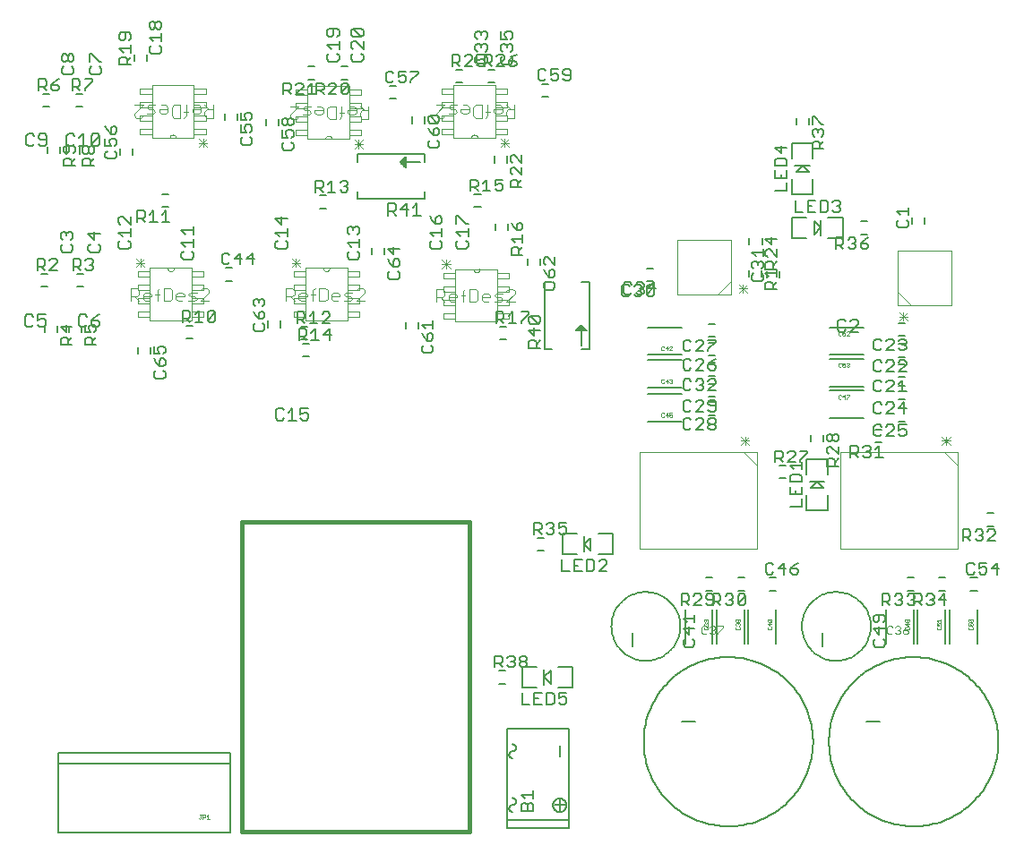
<source format=gto>
G75*
%MOIN*%
%OFA0B0*%
%FSLAX24Y24*%
%IPPOS*%
%LPD*%
%AMOC8*
5,1,8,0,0,1.08239X$1,22.5*
%
%ADD10C,0.0160*%
%ADD11C,0.0060*%
%ADD12C,0.0080*%
%ADD13C,0.0050*%
%ADD14C,0.0010*%
%ADD15C,0.0000*%
%ADD16C,0.0030*%
D10*
X009786Y000377D02*
X018251Y000377D01*
X018251Y011912D01*
X009786Y011912D01*
X009786Y000377D01*
D11*
X019353Y005889D02*
X019589Y005889D01*
X019589Y006361D02*
X019353Y006361D01*
X019668Y004207D02*
X019668Y000807D01*
X021968Y000807D01*
X021968Y004207D01*
X019668Y004207D01*
X019868Y003627D02*
X019889Y003625D01*
X019910Y003620D01*
X019930Y003611D01*
X019948Y003600D01*
X019964Y003585D01*
X019977Y003568D01*
X019987Y003549D01*
X019994Y003529D01*
X019998Y003508D01*
X019998Y003486D01*
X019994Y003465D01*
X019987Y003445D01*
X019977Y003426D01*
X019964Y003409D01*
X019948Y003394D01*
X019930Y003383D01*
X019910Y003374D01*
X019889Y003369D01*
X019868Y003367D01*
X019847Y003365D01*
X019826Y003360D01*
X019806Y003351D01*
X019788Y003340D01*
X019772Y003325D01*
X019759Y003308D01*
X019749Y003289D01*
X019742Y003269D01*
X019738Y003248D01*
X019738Y003226D01*
X019742Y003205D01*
X019749Y003185D01*
X019759Y003166D01*
X019772Y003149D01*
X019788Y003134D01*
X019806Y003123D01*
X019826Y003114D01*
X019847Y003109D01*
X019868Y003107D01*
X021618Y003157D02*
X021618Y003557D01*
X021618Y001557D02*
X021618Y001157D01*
X021368Y001357D02*
X021370Y001388D01*
X021376Y001419D01*
X021386Y001449D01*
X021399Y001477D01*
X021416Y001504D01*
X021436Y001528D01*
X021459Y001550D01*
X021484Y001568D01*
X021512Y001583D01*
X021541Y001595D01*
X021571Y001603D01*
X021602Y001607D01*
X021634Y001607D01*
X021665Y001603D01*
X021695Y001595D01*
X021724Y001583D01*
X021752Y001568D01*
X021777Y001550D01*
X021800Y001528D01*
X021820Y001504D01*
X021837Y001477D01*
X021850Y001449D01*
X021860Y001419D01*
X021866Y001388D01*
X021868Y001357D01*
X021866Y001326D01*
X021860Y001295D01*
X021850Y001265D01*
X021837Y001237D01*
X021820Y001210D01*
X021800Y001186D01*
X021777Y001164D01*
X021752Y001146D01*
X021724Y001131D01*
X021695Y001119D01*
X021665Y001111D01*
X021634Y001107D01*
X021602Y001107D01*
X021571Y001111D01*
X021541Y001119D01*
X021512Y001131D01*
X021484Y001146D01*
X021459Y001164D01*
X021436Y001186D01*
X021416Y001210D01*
X021399Y001237D01*
X021386Y001265D01*
X021376Y001295D01*
X021370Y001326D01*
X021368Y001357D01*
X021418Y001357D02*
X021818Y001357D01*
X021968Y000807D02*
X021968Y000507D01*
X019668Y000507D01*
X019668Y000807D01*
X019868Y001107D02*
X019847Y001109D01*
X019826Y001114D01*
X019806Y001123D01*
X019788Y001134D01*
X019772Y001149D01*
X019759Y001166D01*
X019749Y001185D01*
X019742Y001205D01*
X019738Y001226D01*
X019738Y001248D01*
X019742Y001269D01*
X019749Y001289D01*
X019759Y001308D01*
X019772Y001325D01*
X019788Y001340D01*
X019806Y001351D01*
X019826Y001360D01*
X019847Y001365D01*
X019868Y001367D01*
X019889Y001369D01*
X019910Y001374D01*
X019930Y001383D01*
X019948Y001394D01*
X019964Y001409D01*
X019977Y001426D01*
X019987Y001445D01*
X019994Y001465D01*
X019998Y001486D01*
X019998Y001508D01*
X019994Y001529D01*
X019987Y001549D01*
X019977Y001568D01*
X019964Y001585D01*
X019948Y001600D01*
X019930Y001611D01*
X019910Y001620D01*
X019889Y001625D01*
X019868Y001627D01*
X027070Y009353D02*
X027306Y009353D01*
X027306Y009826D02*
X027070Y009826D01*
X028251Y009826D02*
X028487Y009826D01*
X028487Y009353D02*
X028251Y009353D01*
X029432Y009353D02*
X029668Y009353D01*
X029668Y009826D02*
X029432Y009826D01*
X029786Y013526D02*
X030023Y013526D01*
X030023Y013999D02*
X029786Y013999D01*
X030967Y014904D02*
X030967Y015141D01*
X031440Y015141D02*
X031440Y014904D01*
X033369Y014865D02*
X033605Y014865D01*
X033605Y015337D02*
X033369Y015337D01*
X034235Y015652D02*
X034471Y015652D01*
X034471Y016125D02*
X034235Y016125D01*
X034235Y016487D02*
X034471Y016487D01*
X034471Y016960D02*
X034235Y016960D01*
X034235Y017306D02*
X034471Y017306D01*
X034471Y017778D02*
X034235Y017778D01*
X034235Y018054D02*
X034471Y018054D01*
X034471Y018526D02*
X034235Y018526D01*
X034235Y018841D02*
X034471Y018841D01*
X034471Y019314D02*
X034235Y019314D01*
X033054Y022621D02*
X032818Y022621D01*
X032818Y023093D02*
X033054Y023093D01*
X034719Y023015D02*
X034719Y023251D01*
X035192Y023251D02*
X035192Y023015D01*
X030889Y026715D02*
X030889Y026952D01*
X030416Y026952D02*
X030416Y026715D01*
X029149Y022475D02*
X029149Y022239D01*
X028676Y022239D02*
X028676Y022475D01*
X028668Y021263D02*
X028668Y021026D01*
X029141Y021026D02*
X029141Y021263D01*
X029322Y021255D02*
X029322Y021019D01*
X029794Y021019D02*
X029794Y021255D01*
X027385Y019282D02*
X027149Y019282D01*
X027149Y018810D02*
X027385Y018810D01*
X027385Y018574D02*
X027149Y018574D01*
X027149Y018101D02*
X027385Y018101D01*
X027385Y017826D02*
X027149Y017826D01*
X027149Y017353D02*
X027385Y017353D01*
X027385Y017038D02*
X027149Y017038D01*
X027149Y016566D02*
X027385Y016566D01*
X027385Y016361D02*
X027149Y016361D01*
X027149Y015889D02*
X027385Y015889D01*
X022743Y018339D02*
X022743Y020839D01*
X022423Y020839D01*
X021323Y020839D02*
X021073Y020839D01*
X021073Y018339D01*
X021323Y018339D01*
X022423Y018339D02*
X022743Y018339D01*
X022423Y018489D02*
X022423Y019089D01*
X022573Y019089D01*
X022623Y019039D01*
X022223Y019039D01*
X022273Y019089D01*
X022423Y019089D01*
X022423Y019239D01*
X022373Y019189D01*
X022323Y019139D01*
X022273Y019089D01*
X022323Y019139D02*
X022523Y019139D01*
X022473Y019189D01*
X022373Y019189D01*
X022423Y019239D02*
X022473Y019189D01*
X022523Y019139D02*
X022573Y019089D01*
X024861Y020857D02*
X025097Y020857D01*
X025097Y021330D02*
X024861Y021330D01*
X020889Y021479D02*
X020889Y021715D01*
X020416Y021715D02*
X020416Y021479D01*
X019688Y022774D02*
X019688Y023011D01*
X019215Y023011D02*
X019215Y022774D01*
X018680Y023625D02*
X018444Y023625D01*
X018444Y024097D02*
X018680Y024097D01*
X019180Y025286D02*
X019180Y025523D01*
X019652Y025523D02*
X019652Y025286D01*
X020967Y027739D02*
X021204Y027739D01*
X021204Y028211D02*
X020967Y028211D01*
X019192Y028274D02*
X018956Y028274D01*
X018956Y028747D02*
X019192Y028747D01*
X018003Y028747D02*
X017767Y028747D01*
X017767Y028274D02*
X018003Y028274D01*
X016597Y026991D02*
X016597Y026755D01*
X016125Y026755D02*
X016125Y026991D01*
X015534Y027660D02*
X015298Y027660D01*
X015298Y028133D02*
X015534Y028133D01*
X013727Y028385D02*
X013491Y028385D01*
X013491Y028857D02*
X013727Y028857D01*
X012499Y028857D02*
X012263Y028857D01*
X012263Y028385D02*
X012499Y028385D01*
X011164Y026912D02*
X011164Y026676D01*
X010692Y026676D02*
X010692Y026912D01*
X009629Y026873D02*
X009629Y027109D01*
X009156Y027109D02*
X009156Y026873D01*
X006263Y029066D02*
X006263Y029302D01*
X005790Y029302D02*
X005790Y029066D01*
X003877Y027841D02*
X003641Y027841D01*
X003641Y027369D02*
X003877Y027369D01*
X002621Y027369D02*
X002385Y027369D01*
X002385Y027841D02*
X002621Y027841D01*
X002566Y025861D02*
X002566Y025625D01*
X003038Y025625D02*
X003038Y025861D01*
X003274Y025857D02*
X003274Y025621D01*
X003747Y025621D02*
X003747Y025857D01*
X005259Y025810D02*
X005259Y025574D01*
X005731Y025574D02*
X005731Y025810D01*
X006830Y024097D02*
X007066Y024097D01*
X007066Y023625D02*
X006830Y023625D01*
X009196Y021361D02*
X009432Y021361D01*
X009432Y020889D02*
X009196Y020889D01*
X007971Y019215D02*
X007735Y019215D01*
X007735Y018743D02*
X007971Y018743D01*
X006400Y018408D02*
X006400Y018172D01*
X005928Y018172D02*
X005928Y018408D01*
X003826Y018960D02*
X003826Y019196D01*
X003353Y019196D02*
X003353Y018960D01*
X002920Y018960D02*
X002920Y019196D01*
X002448Y019196D02*
X002448Y018960D01*
X002558Y020676D02*
X002322Y020676D01*
X002322Y021149D02*
X002558Y021149D01*
X003656Y021149D02*
X003893Y021149D01*
X003893Y020676D02*
X003656Y020676D01*
X010771Y019393D02*
X010771Y019156D01*
X011243Y019156D02*
X011243Y019393D01*
X012003Y019176D02*
X012239Y019176D01*
X012239Y018704D02*
X012003Y018704D01*
X012058Y018546D02*
X012294Y018546D01*
X012294Y018074D02*
X012058Y018074D01*
X015889Y019117D02*
X015889Y019353D01*
X016361Y019353D02*
X016361Y019117D01*
X019404Y019176D02*
X019641Y019176D01*
X019641Y018704D02*
X019404Y018704D01*
X015101Y021873D02*
X015101Y022109D01*
X014629Y022109D02*
X014629Y021873D01*
X012916Y023586D02*
X012680Y023586D01*
X012680Y024058D02*
X012916Y024058D01*
X014087Y023947D02*
X014087Y024197D01*
X014087Y023947D02*
X016587Y023947D01*
X016587Y024197D01*
X015887Y025097D02*
X015887Y025497D01*
X015837Y025447D01*
X015837Y025297D01*
X015837Y025147D01*
X015887Y025097D01*
X015837Y025147D02*
X015787Y025197D01*
X015737Y025247D01*
X015737Y025347D01*
X015787Y025397D01*
X015837Y025447D01*
X015787Y025397D02*
X015787Y025197D01*
X015737Y025247D02*
X015687Y025297D01*
X015837Y025297D01*
X016437Y025297D01*
X016587Y025297D02*
X016587Y025617D01*
X014087Y025617D01*
X014087Y025297D01*
X015687Y025297D02*
X015737Y025347D01*
X020810Y011322D02*
X021046Y011322D01*
X021046Y010849D02*
X020810Y010849D01*
X034550Y009826D02*
X034786Y009826D01*
X034786Y009353D02*
X034550Y009353D01*
X035731Y009353D02*
X035967Y009353D01*
X035967Y009826D02*
X035731Y009826D01*
X036912Y009826D02*
X037149Y009826D01*
X037149Y009353D02*
X036912Y009353D01*
X037542Y011755D02*
X037778Y011755D01*
X037778Y012227D02*
X037542Y012227D01*
D12*
X002971Y002900D02*
X002971Y000341D01*
X009349Y000341D01*
X009349Y002900D01*
X002971Y002900D01*
X002971Y003294D01*
X009349Y003294D01*
X009349Y002900D01*
X019211Y006490D02*
X019211Y006910D01*
X019422Y006910D01*
X019492Y006840D01*
X019492Y006700D01*
X019422Y006630D01*
X019211Y006630D01*
X019351Y006630D02*
X019492Y006490D01*
X019672Y006560D02*
X019742Y006490D01*
X019882Y006490D01*
X019952Y006560D01*
X019952Y006630D01*
X019882Y006700D01*
X019812Y006700D01*
X019882Y006700D02*
X019952Y006770D01*
X019952Y006840D01*
X019882Y006910D01*
X019742Y006910D01*
X019672Y006840D01*
X020132Y006840D02*
X020132Y006770D01*
X020202Y006700D01*
X020342Y006700D01*
X020412Y006630D01*
X020412Y006560D01*
X020342Y006490D01*
X020202Y006490D01*
X020132Y006560D01*
X020132Y006630D01*
X020202Y006700D01*
X020342Y006700D02*
X020412Y006770D01*
X020412Y006840D01*
X020342Y006910D01*
X020202Y006910D01*
X020132Y006840D01*
X020219Y006519D02*
X020771Y006519D01*
X021046Y006400D02*
X021046Y006125D01*
X021282Y006361D01*
X021282Y005889D01*
X021046Y006125D01*
X021046Y005849D01*
X020771Y005731D02*
X020219Y005731D01*
X020219Y006519D01*
X020213Y005535D02*
X020213Y005115D01*
X020493Y005115D01*
X020673Y005115D02*
X020673Y005535D01*
X020953Y005535D01*
X021133Y005535D02*
X021133Y005115D01*
X021344Y005115D01*
X021414Y005185D01*
X021414Y005465D01*
X021344Y005535D01*
X021133Y005535D01*
X020813Y005325D02*
X020673Y005325D01*
X020673Y005115D02*
X020953Y005115D01*
X021594Y005185D02*
X021664Y005115D01*
X021804Y005115D01*
X021874Y005185D01*
X021874Y005325D01*
X021804Y005395D01*
X021734Y005395D01*
X021594Y005325D01*
X021594Y005535D01*
X021874Y005535D01*
X022109Y005731D02*
X022109Y006519D01*
X021558Y006519D01*
X021558Y005731D02*
X022109Y005731D01*
X024326Y007265D02*
X024326Y007765D01*
X023546Y008015D02*
X023548Y008086D01*
X023554Y008157D01*
X023564Y008228D01*
X023578Y008297D01*
X023595Y008366D01*
X023617Y008434D01*
X023642Y008501D01*
X023671Y008566D01*
X023703Y008629D01*
X023739Y008691D01*
X023778Y008750D01*
X023821Y008807D01*
X023866Y008862D01*
X023915Y008914D01*
X023966Y008963D01*
X024020Y009009D01*
X024077Y009053D01*
X024135Y009093D01*
X024196Y009129D01*
X024259Y009163D01*
X024324Y009192D01*
X024390Y009218D01*
X024458Y009241D01*
X024526Y009259D01*
X024596Y009274D01*
X024666Y009285D01*
X024737Y009292D01*
X024808Y009295D01*
X024879Y009294D01*
X024950Y009289D01*
X025021Y009280D01*
X025091Y009267D01*
X025160Y009251D01*
X025228Y009230D01*
X025295Y009206D01*
X025361Y009178D01*
X025424Y009146D01*
X025486Y009111D01*
X025546Y009073D01*
X025604Y009031D01*
X025659Y008987D01*
X025712Y008939D01*
X025762Y008888D01*
X025809Y008835D01*
X025853Y008779D01*
X025894Y008721D01*
X025932Y008660D01*
X025966Y008598D01*
X025996Y008533D01*
X026023Y008468D01*
X026047Y008400D01*
X026066Y008332D01*
X026082Y008263D01*
X026094Y008192D01*
X026102Y008122D01*
X026106Y008051D01*
X026106Y007979D01*
X026102Y007908D01*
X026094Y007838D01*
X026082Y007767D01*
X026066Y007698D01*
X026047Y007630D01*
X026023Y007562D01*
X025996Y007497D01*
X025966Y007432D01*
X025932Y007370D01*
X025894Y007309D01*
X025853Y007251D01*
X025809Y007195D01*
X025762Y007142D01*
X025712Y007091D01*
X025659Y007043D01*
X025604Y006999D01*
X025546Y006957D01*
X025486Y006919D01*
X025424Y006884D01*
X025361Y006852D01*
X025295Y006824D01*
X025228Y006800D01*
X025160Y006779D01*
X025091Y006763D01*
X025021Y006750D01*
X024950Y006741D01*
X024879Y006736D01*
X024808Y006735D01*
X024737Y006738D01*
X024666Y006745D01*
X024596Y006756D01*
X024526Y006771D01*
X024458Y006789D01*
X024390Y006812D01*
X024324Y006838D01*
X024259Y006867D01*
X024196Y006901D01*
X024135Y006937D01*
X024077Y006977D01*
X024020Y007021D01*
X023966Y007067D01*
X023915Y007116D01*
X023866Y007168D01*
X023821Y007223D01*
X023778Y007280D01*
X023739Y007339D01*
X023703Y007401D01*
X023671Y007464D01*
X023642Y007529D01*
X023617Y007596D01*
X023595Y007664D01*
X023578Y007733D01*
X023564Y007802D01*
X023554Y007873D01*
X023548Y007944D01*
X023546Y008015D01*
X023370Y010076D02*
X023090Y010076D01*
X023370Y010356D01*
X023370Y010426D01*
X023300Y010496D01*
X023160Y010496D01*
X023090Y010426D01*
X022910Y010426D02*
X022910Y010146D01*
X022840Y010076D01*
X022630Y010076D01*
X022630Y010496D01*
X022840Y010496D01*
X022910Y010426D01*
X023054Y010692D02*
X023605Y010692D01*
X023605Y011479D01*
X023054Y011479D01*
X022778Y011322D02*
X022542Y011086D01*
X022778Y010849D01*
X022778Y011322D01*
X022542Y011361D02*
X022542Y011086D01*
X022542Y010810D01*
X022267Y010692D02*
X021715Y010692D01*
X021715Y011479D01*
X022267Y011479D01*
X021869Y011521D02*
X021799Y011451D01*
X021659Y011451D01*
X021589Y011521D01*
X021589Y011661D02*
X021729Y011731D01*
X021799Y011731D01*
X021869Y011661D01*
X021869Y011521D01*
X021589Y011661D02*
X021589Y011871D01*
X021869Y011871D01*
X021409Y011801D02*
X021409Y011731D01*
X021339Y011661D01*
X021409Y011591D01*
X021409Y011521D01*
X021339Y011451D01*
X021198Y011451D01*
X021128Y011521D01*
X020948Y011451D02*
X020808Y011591D01*
X020878Y011591D02*
X020668Y011591D01*
X020668Y011451D02*
X020668Y011871D01*
X020878Y011871D01*
X020948Y011801D01*
X020948Y011661D01*
X020878Y011591D01*
X021128Y011801D02*
X021198Y011871D01*
X021339Y011871D01*
X021409Y011801D01*
X021339Y011661D02*
X021269Y011661D01*
X021709Y010496D02*
X021709Y010076D01*
X021989Y010076D01*
X022169Y010076D02*
X022449Y010076D01*
X022309Y010286D02*
X022169Y010286D01*
X022169Y010496D02*
X022169Y010076D01*
X022169Y010496D02*
X022449Y010496D01*
X026147Y009225D02*
X026147Y008804D01*
X026147Y008945D02*
X026357Y008945D01*
X026427Y009015D01*
X026427Y009155D01*
X026357Y009225D01*
X026147Y009225D01*
X026287Y008945D02*
X026427Y008804D01*
X026607Y008804D02*
X026887Y009085D01*
X026887Y009155D01*
X026817Y009225D01*
X026677Y009225D01*
X026607Y009155D01*
X026607Y008804D02*
X026887Y008804D01*
X027067Y008875D02*
X027138Y008804D01*
X027278Y008804D01*
X027348Y008875D01*
X027348Y009155D01*
X027278Y009225D01*
X027138Y009225D01*
X027067Y009155D01*
X027067Y009085D01*
X027138Y009015D01*
X027348Y009015D01*
X027328Y008945D02*
X027538Y008945D01*
X027608Y009015D01*
X027608Y009155D01*
X027538Y009225D01*
X027328Y009225D01*
X027328Y008804D01*
X027306Y008645D02*
X027306Y007385D01*
X027463Y007385D02*
X027463Y008645D01*
X027608Y008804D02*
X027468Y008945D01*
X027788Y008875D02*
X027858Y008804D01*
X027998Y008804D01*
X028068Y008875D01*
X028068Y008945D01*
X027998Y009015D01*
X027928Y009015D01*
X027998Y009015D02*
X028068Y009085D01*
X028068Y009155D01*
X027998Y009225D01*
X027858Y009225D01*
X027788Y009155D01*
X028249Y009155D02*
X028249Y008875D01*
X028529Y009155D01*
X028529Y008875D01*
X028459Y008804D01*
X028319Y008804D01*
X028249Y008875D01*
X028249Y009155D02*
X028319Y009225D01*
X028459Y009225D01*
X028529Y009155D01*
X028487Y008645D02*
X028487Y007385D01*
X028645Y007385D02*
X028645Y008645D01*
X029668Y008645D02*
X029668Y007385D01*
X031412Y007265D02*
X031412Y007765D01*
X030632Y008015D02*
X030634Y008086D01*
X030640Y008157D01*
X030650Y008228D01*
X030664Y008297D01*
X030681Y008366D01*
X030703Y008434D01*
X030728Y008501D01*
X030757Y008566D01*
X030789Y008629D01*
X030825Y008691D01*
X030864Y008750D01*
X030907Y008807D01*
X030952Y008862D01*
X031001Y008914D01*
X031052Y008963D01*
X031106Y009009D01*
X031163Y009053D01*
X031221Y009093D01*
X031282Y009129D01*
X031345Y009163D01*
X031410Y009192D01*
X031476Y009218D01*
X031544Y009241D01*
X031612Y009259D01*
X031682Y009274D01*
X031752Y009285D01*
X031823Y009292D01*
X031894Y009295D01*
X031965Y009294D01*
X032036Y009289D01*
X032107Y009280D01*
X032177Y009267D01*
X032246Y009251D01*
X032314Y009230D01*
X032381Y009206D01*
X032447Y009178D01*
X032510Y009146D01*
X032572Y009111D01*
X032632Y009073D01*
X032690Y009031D01*
X032745Y008987D01*
X032798Y008939D01*
X032848Y008888D01*
X032895Y008835D01*
X032939Y008779D01*
X032980Y008721D01*
X033018Y008660D01*
X033052Y008598D01*
X033082Y008533D01*
X033109Y008468D01*
X033133Y008400D01*
X033152Y008332D01*
X033168Y008263D01*
X033180Y008192D01*
X033188Y008122D01*
X033192Y008051D01*
X033192Y007979D01*
X033188Y007908D01*
X033180Y007838D01*
X033168Y007767D01*
X033152Y007698D01*
X033133Y007630D01*
X033109Y007562D01*
X033082Y007497D01*
X033052Y007432D01*
X033018Y007370D01*
X032980Y007309D01*
X032939Y007251D01*
X032895Y007195D01*
X032848Y007142D01*
X032798Y007091D01*
X032745Y007043D01*
X032690Y006999D01*
X032632Y006957D01*
X032572Y006919D01*
X032510Y006884D01*
X032447Y006852D01*
X032381Y006824D01*
X032314Y006800D01*
X032246Y006779D01*
X032177Y006763D01*
X032107Y006750D01*
X032036Y006741D01*
X031965Y006736D01*
X031894Y006735D01*
X031823Y006738D01*
X031752Y006745D01*
X031682Y006756D01*
X031612Y006771D01*
X031544Y006789D01*
X031476Y006812D01*
X031410Y006838D01*
X031345Y006867D01*
X031282Y006901D01*
X031221Y006937D01*
X031163Y006977D01*
X031106Y007021D01*
X031052Y007067D01*
X031001Y007116D01*
X030952Y007168D01*
X030907Y007223D01*
X030864Y007280D01*
X030825Y007339D01*
X030789Y007401D01*
X030757Y007464D01*
X030728Y007529D01*
X030703Y007596D01*
X030681Y007664D01*
X030664Y007733D01*
X030650Y007802D01*
X030640Y007873D01*
X030634Y007944D01*
X030632Y008015D01*
X030421Y009954D02*
X030281Y009954D01*
X030211Y010025D01*
X030211Y010165D01*
X030421Y010165D01*
X030491Y010095D01*
X030491Y010025D01*
X030421Y009954D01*
X030211Y010165D02*
X030351Y010305D01*
X030491Y010375D01*
X030031Y010165D02*
X029750Y010165D01*
X029961Y010375D01*
X029961Y009954D01*
X029570Y010025D02*
X029500Y009954D01*
X029360Y009954D01*
X029290Y010025D01*
X029290Y010305D01*
X029360Y010375D01*
X029500Y010375D01*
X029570Y010305D01*
X030810Y012345D02*
X031597Y012345D01*
X031597Y012897D01*
X031440Y013172D02*
X031204Y013408D01*
X030967Y013172D01*
X031440Y013172D01*
X031479Y013408D02*
X031204Y013408D01*
X030928Y013408D01*
X030810Y013684D02*
X030810Y014235D01*
X031597Y014235D01*
X031597Y013684D01*
X031568Y013981D02*
X031568Y014192D01*
X031638Y014262D01*
X031778Y014262D01*
X031849Y014192D01*
X031849Y013981D01*
X031989Y013981D02*
X031568Y013981D01*
X031849Y014121D02*
X031989Y014262D01*
X031989Y014442D02*
X031708Y014722D01*
X031638Y014722D01*
X031568Y014652D01*
X031568Y014512D01*
X031638Y014442D01*
X031989Y014442D02*
X031989Y014722D01*
X031919Y014902D02*
X031989Y014972D01*
X031989Y015112D01*
X031919Y015182D01*
X031849Y015182D01*
X031778Y015112D01*
X031778Y014972D01*
X031708Y014902D01*
X031638Y014902D01*
X031568Y014972D01*
X031568Y015112D01*
X031638Y015182D01*
X031708Y015182D01*
X031778Y015112D01*
X031778Y014972D02*
X031849Y014902D01*
X031919Y014902D01*
X032446Y014737D02*
X032446Y014316D01*
X032446Y014456D02*
X032656Y014456D01*
X032726Y014526D01*
X032726Y014667D01*
X032656Y014737D01*
X032446Y014737D01*
X032586Y014456D02*
X032726Y014316D01*
X032906Y014386D02*
X032976Y014316D01*
X033116Y014316D01*
X033187Y014386D01*
X033187Y014456D01*
X033116Y014526D01*
X033046Y014526D01*
X033116Y014526D02*
X033187Y014596D01*
X033187Y014667D01*
X033116Y014737D01*
X032976Y014737D01*
X032906Y014667D01*
X033367Y014596D02*
X033507Y014737D01*
X033507Y014316D01*
X033367Y014316D02*
X033647Y014316D01*
X033522Y015104D02*
X033382Y015104D01*
X033312Y015174D01*
X033312Y015454D01*
X033382Y015524D01*
X033522Y015524D01*
X033592Y015454D01*
X033772Y015454D02*
X033843Y015524D01*
X033983Y015524D01*
X034053Y015454D01*
X034053Y015384D01*
X033772Y015104D01*
X034053Y015104D01*
X034233Y015174D02*
X034303Y015104D01*
X034443Y015104D01*
X034513Y015174D01*
X034513Y015314D01*
X034443Y015384D01*
X034373Y015384D01*
X034233Y015314D01*
X034233Y015524D01*
X034513Y015524D01*
X034443Y015938D02*
X034443Y016359D01*
X034233Y016148D01*
X034513Y016148D01*
X034053Y016219D02*
X034053Y016289D01*
X033983Y016359D01*
X033843Y016359D01*
X033772Y016289D01*
X033592Y016289D02*
X033522Y016359D01*
X033382Y016359D01*
X033312Y016289D01*
X033312Y016008D01*
X033382Y015938D01*
X033522Y015938D01*
X033592Y016008D01*
X033772Y015938D02*
X034053Y016219D01*
X034053Y015938D02*
X033772Y015938D01*
X033772Y016757D02*
X034053Y017037D01*
X034053Y017108D01*
X033983Y017178D01*
X033843Y017178D01*
X033772Y017108D01*
X033592Y017108D02*
X033522Y017178D01*
X033382Y017178D01*
X033312Y017108D01*
X033312Y016827D01*
X033382Y016757D01*
X033522Y016757D01*
X033592Y016827D01*
X033772Y016757D02*
X034053Y016757D01*
X034233Y016757D02*
X034513Y016757D01*
X034373Y016757D02*
X034373Y017178D01*
X034233Y017037D01*
X034233Y017505D02*
X034513Y017785D01*
X034513Y017856D01*
X034443Y017926D01*
X034303Y017926D01*
X034233Y017856D01*
X034053Y017856D02*
X033983Y017926D01*
X033843Y017926D01*
X033772Y017856D01*
X033592Y017856D02*
X033522Y017926D01*
X033382Y017926D01*
X033312Y017856D01*
X033312Y017575D01*
X033382Y017505D01*
X033522Y017505D01*
X033592Y017575D01*
X033772Y017505D02*
X034053Y017785D01*
X034053Y017856D01*
X034053Y018293D02*
X033772Y018293D01*
X034053Y018573D01*
X034053Y018643D01*
X033983Y018713D01*
X033843Y018713D01*
X033772Y018643D01*
X033592Y018643D02*
X033522Y018713D01*
X033382Y018713D01*
X033312Y018643D01*
X033312Y018363D01*
X033382Y018293D01*
X033522Y018293D01*
X033592Y018363D01*
X034233Y018363D02*
X034303Y018293D01*
X034443Y018293D01*
X034513Y018363D01*
X034513Y018433D01*
X034443Y018503D01*
X034373Y018503D01*
X034443Y018503D02*
X034513Y018573D01*
X034513Y018643D01*
X034443Y018713D01*
X034303Y018713D01*
X034233Y018643D01*
X032936Y018133D02*
X031676Y018133D01*
X031676Y017975D02*
X032936Y017975D01*
X033772Y017505D02*
X034053Y017505D01*
X034233Y017505D02*
X034513Y017505D01*
X032936Y016952D02*
X031676Y016952D01*
X031676Y016794D02*
X032936Y016794D01*
X032936Y015771D02*
X031676Y015771D01*
X030845Y014548D02*
X030565Y014548D01*
X030385Y014478D02*
X030315Y014548D01*
X030175Y014548D01*
X030105Y014478D01*
X029925Y014478D02*
X029925Y014338D01*
X029855Y014268D01*
X029644Y014268D01*
X029644Y014128D02*
X029644Y014548D01*
X029855Y014548D01*
X029925Y014478D01*
X029785Y014268D02*
X029925Y014128D01*
X030105Y014128D02*
X030385Y014408D01*
X030385Y014478D01*
X030565Y014198D02*
X030565Y014128D01*
X030614Y014142D02*
X030614Y013861D01*
X030614Y014002D02*
X030193Y014002D01*
X030333Y013861D01*
X030263Y013681D02*
X030193Y013611D01*
X030193Y013401D01*
X030614Y013401D01*
X030614Y013611D01*
X030544Y013681D01*
X030263Y013681D01*
X030193Y013221D02*
X030193Y012941D01*
X030614Y012941D01*
X030614Y013221D01*
X030403Y013081D02*
X030403Y012941D01*
X030614Y012760D02*
X030614Y012480D01*
X030193Y012480D01*
X030810Y012345D02*
X030810Y012897D01*
X030385Y014128D02*
X030105Y014128D01*
X030565Y014198D02*
X030845Y014478D01*
X030845Y014548D01*
X033522Y015104D02*
X033592Y015174D01*
X036619Y011626D02*
X036829Y011626D01*
X036899Y011556D01*
X036899Y011416D01*
X036829Y011346D01*
X036619Y011346D01*
X036619Y011206D02*
X036619Y011626D01*
X036759Y011346D02*
X036899Y011206D01*
X037080Y011276D02*
X037150Y011206D01*
X037290Y011206D01*
X037360Y011276D01*
X037360Y011346D01*
X037290Y011416D01*
X037220Y011416D01*
X037290Y011416D02*
X037360Y011486D01*
X037360Y011556D01*
X037290Y011626D01*
X037150Y011626D01*
X037080Y011556D01*
X037540Y011556D02*
X037610Y011626D01*
X037750Y011626D01*
X037820Y011556D01*
X037820Y011486D01*
X037540Y011206D01*
X037820Y011206D01*
X037901Y010375D02*
X037691Y010165D01*
X037971Y010165D01*
X037901Y010375D02*
X037901Y009954D01*
X037511Y010025D02*
X037441Y009954D01*
X037301Y009954D01*
X037231Y010025D01*
X037231Y010165D02*
X037371Y010235D01*
X037441Y010235D01*
X037511Y010165D01*
X037511Y010025D01*
X037231Y010165D02*
X037231Y010375D01*
X037511Y010375D01*
X037051Y010305D02*
X036981Y010375D01*
X036840Y010375D01*
X036770Y010305D01*
X036770Y010025D01*
X036840Y009954D01*
X036981Y009954D01*
X037051Y010025D01*
X035939Y009225D02*
X035729Y009015D01*
X036009Y009015D01*
X035939Y009225D02*
X035939Y008804D01*
X035967Y008645D02*
X035967Y007385D01*
X036125Y007385D02*
X036125Y008645D01*
X035549Y008875D02*
X035549Y008945D01*
X035479Y009015D01*
X035409Y009015D01*
X035479Y009015D02*
X035549Y009085D01*
X035549Y009155D01*
X035479Y009225D01*
X035339Y009225D01*
X035269Y009155D01*
X035088Y009155D02*
X035088Y009015D01*
X035018Y008945D01*
X034808Y008945D01*
X034828Y008945D02*
X034828Y008875D01*
X034758Y008804D01*
X034618Y008804D01*
X034548Y008875D01*
X034368Y008875D02*
X034298Y008804D01*
X034157Y008804D01*
X034087Y008875D01*
X033907Y008804D02*
X033767Y008945D01*
X033837Y008945D02*
X033627Y008945D01*
X033627Y008804D02*
X033627Y009225D01*
X033837Y009225D01*
X033907Y009155D01*
X033907Y009015D01*
X033837Y008945D01*
X033763Y008645D02*
X033763Y007385D01*
X033722Y007325D02*
X033722Y007465D01*
X033652Y007535D01*
X033722Y007325D02*
X033652Y007255D01*
X033372Y007255D01*
X033302Y007325D01*
X033302Y007465D01*
X033372Y007535D01*
X033512Y007715D02*
X033302Y007925D01*
X033722Y007925D01*
X033512Y007995D02*
X033512Y007715D01*
X033442Y008175D02*
X033512Y008245D01*
X033512Y008456D01*
X033652Y008456D02*
X033372Y008456D01*
X033302Y008386D01*
X033302Y008245D01*
X033372Y008175D01*
X033442Y008175D01*
X033652Y008175D02*
X033722Y008245D01*
X033722Y008386D01*
X033652Y008456D01*
X034228Y009015D02*
X034298Y009015D01*
X034368Y008945D01*
X034368Y008875D01*
X034298Y009015D02*
X034368Y009085D01*
X034368Y009155D01*
X034298Y009225D01*
X034157Y009225D01*
X034087Y009155D01*
X034548Y009155D02*
X034618Y009225D01*
X034758Y009225D01*
X034828Y009155D01*
X034828Y009085D01*
X034758Y009015D01*
X034828Y008945D01*
X034758Y009015D02*
X034688Y009015D01*
X034808Y009225D02*
X035018Y009225D01*
X035088Y009155D01*
X034948Y008945D02*
X035088Y008804D01*
X035269Y008875D02*
X035339Y008804D01*
X035479Y008804D01*
X035549Y008875D01*
X034944Y008645D02*
X034944Y007385D01*
X034786Y007385D02*
X034786Y008645D01*
X034808Y008804D02*
X034808Y009225D01*
X037149Y008645D02*
X037149Y007385D01*
X033540Y004469D02*
X033040Y004469D01*
X031640Y003719D02*
X031642Y003831D01*
X031648Y003942D01*
X031658Y004054D01*
X031672Y004165D01*
X031689Y004275D01*
X031711Y004385D01*
X031737Y004494D01*
X031766Y004602D01*
X031799Y004708D01*
X031836Y004814D01*
X031877Y004918D01*
X031922Y005021D01*
X031970Y005122D01*
X032021Y005221D01*
X032076Y005318D01*
X032135Y005413D01*
X032196Y005507D01*
X032261Y005598D01*
X032330Y005686D01*
X032401Y005772D01*
X032475Y005856D01*
X032553Y005936D01*
X032633Y006014D01*
X032716Y006090D01*
X032801Y006162D01*
X032889Y006231D01*
X032979Y006297D01*
X033072Y006359D01*
X033167Y006419D01*
X033264Y006475D01*
X033362Y006527D01*
X033463Y006576D01*
X033565Y006621D01*
X033669Y006663D01*
X033774Y006701D01*
X033881Y006735D01*
X033988Y006765D01*
X034097Y006792D01*
X034206Y006814D01*
X034317Y006833D01*
X034427Y006848D01*
X034539Y006859D01*
X034650Y006866D01*
X034762Y006869D01*
X034874Y006868D01*
X034986Y006863D01*
X035097Y006854D01*
X035208Y006841D01*
X035319Y006824D01*
X035429Y006804D01*
X035538Y006779D01*
X035646Y006751D01*
X035753Y006718D01*
X035859Y006682D01*
X035963Y006642D01*
X036066Y006599D01*
X036168Y006552D01*
X036267Y006501D01*
X036365Y006447D01*
X036461Y006389D01*
X036555Y006328D01*
X036646Y006264D01*
X036735Y006197D01*
X036822Y006126D01*
X036906Y006052D01*
X036988Y005976D01*
X037066Y005896D01*
X037142Y005814D01*
X037215Y005729D01*
X037285Y005642D01*
X037351Y005552D01*
X037415Y005460D01*
X037475Y005366D01*
X037532Y005270D01*
X037585Y005171D01*
X037635Y005071D01*
X037681Y004970D01*
X037724Y004866D01*
X037763Y004761D01*
X037798Y004655D01*
X037829Y004548D01*
X037857Y004439D01*
X037880Y004330D01*
X037900Y004220D01*
X037916Y004109D01*
X037928Y003998D01*
X037936Y003887D01*
X037940Y003775D01*
X037940Y003663D01*
X037936Y003551D01*
X037928Y003440D01*
X037916Y003329D01*
X037900Y003218D01*
X037880Y003108D01*
X037857Y002999D01*
X037829Y002890D01*
X037798Y002783D01*
X037763Y002677D01*
X037724Y002572D01*
X037681Y002468D01*
X037635Y002367D01*
X037585Y002267D01*
X037532Y002168D01*
X037475Y002072D01*
X037415Y001978D01*
X037351Y001886D01*
X037285Y001796D01*
X037215Y001709D01*
X037142Y001624D01*
X037066Y001542D01*
X036988Y001462D01*
X036906Y001386D01*
X036822Y001312D01*
X036735Y001241D01*
X036646Y001174D01*
X036555Y001110D01*
X036461Y001049D01*
X036365Y000991D01*
X036267Y000937D01*
X036168Y000886D01*
X036066Y000839D01*
X035963Y000796D01*
X035859Y000756D01*
X035753Y000720D01*
X035646Y000687D01*
X035538Y000659D01*
X035429Y000634D01*
X035319Y000614D01*
X035208Y000597D01*
X035097Y000584D01*
X034986Y000575D01*
X034874Y000570D01*
X034762Y000569D01*
X034650Y000572D01*
X034539Y000579D01*
X034427Y000590D01*
X034317Y000605D01*
X034206Y000624D01*
X034097Y000646D01*
X033988Y000673D01*
X033881Y000703D01*
X033774Y000737D01*
X033669Y000775D01*
X033565Y000817D01*
X033463Y000862D01*
X033362Y000911D01*
X033264Y000963D01*
X033167Y001019D01*
X033072Y001079D01*
X032979Y001141D01*
X032889Y001207D01*
X032801Y001276D01*
X032716Y001348D01*
X032633Y001424D01*
X032553Y001502D01*
X032475Y001582D01*
X032401Y001666D01*
X032330Y001752D01*
X032261Y001840D01*
X032196Y001931D01*
X032135Y002025D01*
X032076Y002120D01*
X032021Y002217D01*
X031970Y002316D01*
X031922Y002417D01*
X031877Y002520D01*
X031836Y002624D01*
X031799Y002730D01*
X031766Y002836D01*
X031737Y002944D01*
X031711Y003053D01*
X031689Y003163D01*
X031672Y003273D01*
X031658Y003384D01*
X031648Y003496D01*
X031642Y003607D01*
X031640Y003719D01*
X024747Y003719D02*
X024749Y003831D01*
X024755Y003942D01*
X024765Y004054D01*
X024779Y004165D01*
X024796Y004275D01*
X024818Y004385D01*
X024844Y004494D01*
X024873Y004602D01*
X024906Y004708D01*
X024943Y004814D01*
X024984Y004918D01*
X025029Y005021D01*
X025077Y005122D01*
X025128Y005221D01*
X025183Y005318D01*
X025242Y005413D01*
X025303Y005507D01*
X025368Y005598D01*
X025437Y005686D01*
X025508Y005772D01*
X025582Y005856D01*
X025660Y005936D01*
X025740Y006014D01*
X025823Y006090D01*
X025908Y006162D01*
X025996Y006231D01*
X026086Y006297D01*
X026179Y006359D01*
X026274Y006419D01*
X026371Y006475D01*
X026469Y006527D01*
X026570Y006576D01*
X026672Y006621D01*
X026776Y006663D01*
X026881Y006701D01*
X026988Y006735D01*
X027095Y006765D01*
X027204Y006792D01*
X027313Y006814D01*
X027424Y006833D01*
X027534Y006848D01*
X027646Y006859D01*
X027757Y006866D01*
X027869Y006869D01*
X027981Y006868D01*
X028093Y006863D01*
X028204Y006854D01*
X028315Y006841D01*
X028426Y006824D01*
X028536Y006804D01*
X028645Y006779D01*
X028753Y006751D01*
X028860Y006718D01*
X028966Y006682D01*
X029070Y006642D01*
X029173Y006599D01*
X029275Y006552D01*
X029374Y006501D01*
X029472Y006447D01*
X029568Y006389D01*
X029662Y006328D01*
X029753Y006264D01*
X029842Y006197D01*
X029929Y006126D01*
X030013Y006052D01*
X030095Y005976D01*
X030173Y005896D01*
X030249Y005814D01*
X030322Y005729D01*
X030392Y005642D01*
X030458Y005552D01*
X030522Y005460D01*
X030582Y005366D01*
X030639Y005270D01*
X030692Y005171D01*
X030742Y005071D01*
X030788Y004970D01*
X030831Y004866D01*
X030870Y004761D01*
X030905Y004655D01*
X030936Y004548D01*
X030964Y004439D01*
X030987Y004330D01*
X031007Y004220D01*
X031023Y004109D01*
X031035Y003998D01*
X031043Y003887D01*
X031047Y003775D01*
X031047Y003663D01*
X031043Y003551D01*
X031035Y003440D01*
X031023Y003329D01*
X031007Y003218D01*
X030987Y003108D01*
X030964Y002999D01*
X030936Y002890D01*
X030905Y002783D01*
X030870Y002677D01*
X030831Y002572D01*
X030788Y002468D01*
X030742Y002367D01*
X030692Y002267D01*
X030639Y002168D01*
X030582Y002072D01*
X030522Y001978D01*
X030458Y001886D01*
X030392Y001796D01*
X030322Y001709D01*
X030249Y001624D01*
X030173Y001542D01*
X030095Y001462D01*
X030013Y001386D01*
X029929Y001312D01*
X029842Y001241D01*
X029753Y001174D01*
X029662Y001110D01*
X029568Y001049D01*
X029472Y000991D01*
X029374Y000937D01*
X029275Y000886D01*
X029173Y000839D01*
X029070Y000796D01*
X028966Y000756D01*
X028860Y000720D01*
X028753Y000687D01*
X028645Y000659D01*
X028536Y000634D01*
X028426Y000614D01*
X028315Y000597D01*
X028204Y000584D01*
X028093Y000575D01*
X027981Y000570D01*
X027869Y000569D01*
X027757Y000572D01*
X027646Y000579D01*
X027534Y000590D01*
X027424Y000605D01*
X027313Y000624D01*
X027204Y000646D01*
X027095Y000673D01*
X026988Y000703D01*
X026881Y000737D01*
X026776Y000775D01*
X026672Y000817D01*
X026570Y000862D01*
X026469Y000911D01*
X026371Y000963D01*
X026274Y001019D01*
X026179Y001079D01*
X026086Y001141D01*
X025996Y001207D01*
X025908Y001276D01*
X025823Y001348D01*
X025740Y001424D01*
X025660Y001502D01*
X025582Y001582D01*
X025508Y001666D01*
X025437Y001752D01*
X025368Y001840D01*
X025303Y001931D01*
X025242Y002025D01*
X025183Y002120D01*
X025128Y002217D01*
X025077Y002316D01*
X025029Y002417D01*
X024984Y002520D01*
X024943Y002624D01*
X024906Y002730D01*
X024873Y002836D01*
X024844Y002944D01*
X024818Y003053D01*
X024796Y003163D01*
X024779Y003273D01*
X024765Y003384D01*
X024755Y003496D01*
X024749Y003607D01*
X024747Y003719D01*
X026147Y004469D02*
X026647Y004469D01*
X026566Y007255D02*
X026285Y007255D01*
X026215Y007325D01*
X026215Y007465D01*
X026285Y007535D01*
X026282Y007385D02*
X026282Y008645D01*
X026215Y008316D02*
X026636Y008316D01*
X026636Y008456D02*
X026636Y008175D01*
X026636Y007925D02*
X026215Y007925D01*
X026425Y007715D01*
X026425Y007995D01*
X026355Y008175D02*
X026215Y008316D01*
X026566Y007535D02*
X026636Y007465D01*
X026636Y007325D01*
X026566Y007255D01*
X026686Y015340D02*
X026966Y015620D01*
X026966Y015690D01*
X026896Y015760D01*
X026756Y015760D01*
X026686Y015690D01*
X026506Y015690D02*
X026436Y015760D01*
X026295Y015760D01*
X026225Y015690D01*
X026225Y015410D01*
X026295Y015340D01*
X026436Y015340D01*
X026506Y015410D01*
X026686Y015340D02*
X026966Y015340D01*
X027146Y015410D02*
X027146Y015480D01*
X027216Y015550D01*
X027356Y015550D01*
X027426Y015480D01*
X027426Y015410D01*
X027356Y015340D01*
X027216Y015340D01*
X027146Y015410D01*
X027216Y015550D02*
X027146Y015620D01*
X027146Y015690D01*
X027216Y015760D01*
X027356Y015760D01*
X027426Y015690D01*
X027426Y015620D01*
X027356Y015550D01*
X027356Y016017D02*
X027216Y016017D01*
X027146Y016087D01*
X027216Y016227D02*
X027426Y016227D01*
X027426Y016087D02*
X027426Y016367D01*
X027356Y016437D01*
X027216Y016437D01*
X027146Y016367D01*
X027146Y016297D01*
X027216Y016227D01*
X027356Y016017D02*
X027426Y016087D01*
X026966Y016017D02*
X026686Y016017D01*
X026966Y016297D01*
X026966Y016367D01*
X026896Y016437D01*
X026756Y016437D01*
X026686Y016367D01*
X026506Y016367D02*
X026436Y016437D01*
X026295Y016437D01*
X026225Y016367D01*
X026225Y016087D01*
X026295Y016017D01*
X026436Y016017D01*
X026506Y016087D01*
X026164Y015652D02*
X024904Y015652D01*
X024904Y016676D02*
X026164Y016676D01*
X026295Y016804D02*
X026436Y016804D01*
X026506Y016875D01*
X026686Y016875D02*
X026756Y016804D01*
X026896Y016804D01*
X026966Y016875D01*
X026966Y016945D01*
X026896Y017015D01*
X026826Y017015D01*
X026896Y017015D02*
X026966Y017085D01*
X026966Y017155D01*
X026896Y017225D01*
X026756Y017225D01*
X026686Y017155D01*
X026506Y017155D02*
X026436Y017225D01*
X026295Y017225D01*
X026225Y017155D01*
X026225Y016875D01*
X026295Y016804D01*
X026164Y016912D02*
X024904Y016912D01*
X024904Y017936D02*
X026164Y017936D01*
X026225Y017903D02*
X026225Y017623D01*
X026295Y017552D01*
X026436Y017552D01*
X026506Y017623D01*
X026686Y017552D02*
X026966Y017833D01*
X026966Y017903D01*
X026896Y017973D01*
X026756Y017973D01*
X026686Y017903D01*
X026506Y017903D02*
X026436Y017973D01*
X026295Y017973D01*
X026225Y017903D01*
X026164Y018133D02*
X024904Y018133D01*
X024904Y019156D02*
X026164Y019156D01*
X026295Y018682D02*
X026225Y018611D01*
X026225Y018331D01*
X026295Y018261D01*
X026436Y018261D01*
X026506Y018331D01*
X026686Y018261D02*
X026966Y018541D01*
X026966Y018611D01*
X026896Y018682D01*
X026756Y018682D01*
X026686Y018611D01*
X026506Y018611D02*
X026436Y018682D01*
X026295Y018682D01*
X026686Y018261D02*
X026966Y018261D01*
X027146Y018261D02*
X027146Y018331D01*
X027426Y018611D01*
X027426Y018682D01*
X027146Y018682D01*
X027426Y017973D02*
X027286Y017903D01*
X027146Y017763D01*
X027356Y017763D01*
X027426Y017693D01*
X027426Y017623D01*
X027356Y017552D01*
X027216Y017552D01*
X027146Y017623D01*
X027146Y017763D01*
X026966Y017552D02*
X026686Y017552D01*
X027146Y017155D02*
X027216Y017225D01*
X027356Y017225D01*
X027426Y017155D01*
X027426Y017085D01*
X027146Y016804D01*
X027426Y016804D01*
X025069Y020308D02*
X024929Y020308D01*
X024859Y020378D01*
X025139Y020659D01*
X025139Y020378D01*
X025069Y020308D01*
X024859Y020378D02*
X024859Y020659D01*
X024929Y020729D01*
X025069Y020729D01*
X025139Y020659D01*
X024679Y020659D02*
X024609Y020729D01*
X024468Y020729D01*
X024398Y020659D01*
X024218Y020659D02*
X024148Y020729D01*
X024008Y020729D01*
X023938Y020659D01*
X023938Y020378D01*
X024008Y020308D01*
X024148Y020308D01*
X024218Y020378D01*
X024398Y020378D02*
X024468Y020308D01*
X024609Y020308D01*
X024679Y020378D01*
X024679Y020449D01*
X024609Y020519D01*
X024539Y020519D01*
X024609Y020519D02*
X024679Y020589D01*
X024679Y020659D01*
X021437Y020626D02*
X021437Y020766D01*
X021367Y020836D01*
X021367Y021017D02*
X021437Y021087D01*
X021437Y021227D01*
X021367Y021297D01*
X021297Y021297D01*
X021227Y021227D01*
X021227Y021017D01*
X021367Y021017D01*
X021227Y021017D02*
X021087Y021157D01*
X021017Y021297D01*
X021087Y021477D02*
X021017Y021547D01*
X021017Y021687D01*
X021087Y021757D01*
X021157Y021757D01*
X021437Y021477D01*
X021437Y021757D01*
X021087Y020836D02*
X021017Y020766D01*
X021017Y020626D01*
X021087Y020556D01*
X021367Y020556D01*
X021437Y020626D01*
X020464Y019725D02*
X020464Y019655D01*
X020183Y019375D01*
X020183Y019305D01*
X020003Y019305D02*
X019723Y019305D01*
X019863Y019305D02*
X019863Y019725D01*
X019723Y019585D01*
X019543Y019515D02*
X019473Y019445D01*
X019263Y019445D01*
X019403Y019445D02*
X019543Y019305D01*
X019543Y019515D02*
X019543Y019655D01*
X019473Y019725D01*
X019263Y019725D01*
X019263Y019305D01*
X020183Y019725D02*
X020464Y019725D01*
X020237Y021851D02*
X019816Y021851D01*
X019816Y022062D01*
X019886Y022132D01*
X020026Y022132D01*
X020097Y022062D01*
X020097Y021851D01*
X020097Y021992D02*
X020237Y022132D01*
X020237Y022312D02*
X020237Y022592D01*
X020237Y022452D02*
X019816Y022452D01*
X019956Y022312D01*
X020026Y022772D02*
X020026Y022982D01*
X020097Y023052D01*
X020167Y023052D01*
X020237Y022982D01*
X020237Y022842D01*
X020167Y022772D01*
X020026Y022772D01*
X019886Y022912D01*
X019816Y023052D01*
X019433Y024226D02*
X019293Y024226D01*
X019223Y024296D01*
X019223Y024436D02*
X019363Y024506D01*
X019433Y024506D01*
X019503Y024436D01*
X019503Y024296D01*
X019433Y024226D01*
X019223Y024436D02*
X019223Y024646D01*
X019503Y024646D01*
X019781Y024573D02*
X019851Y024643D01*
X019991Y024643D01*
X020061Y024573D01*
X020061Y024363D01*
X020201Y024363D02*
X019781Y024363D01*
X019781Y024573D01*
X019851Y024824D02*
X019781Y024894D01*
X019781Y025034D01*
X019851Y025104D01*
X019921Y025104D01*
X020201Y024824D01*
X020201Y025104D01*
X020201Y025284D02*
X019921Y025564D01*
X019851Y025564D01*
X019781Y025494D01*
X019781Y025354D01*
X019851Y025284D01*
X020201Y025284D02*
X020201Y025564D01*
X020201Y024643D02*
X020061Y024503D01*
X019043Y024226D02*
X018762Y024226D01*
X018902Y024226D02*
X018902Y024646D01*
X018762Y024506D01*
X018582Y024576D02*
X018582Y024436D01*
X018512Y024366D01*
X018302Y024366D01*
X018302Y024226D02*
X018302Y024646D01*
X018512Y024646D01*
X018582Y024576D01*
X018442Y024366D02*
X018582Y024226D01*
X017076Y025832D02*
X017146Y025902D01*
X017146Y026042D01*
X017076Y026112D01*
X017076Y026292D02*
X017146Y026362D01*
X017146Y026502D01*
X017076Y026572D01*
X017006Y026572D01*
X016936Y026502D01*
X016936Y026292D01*
X017076Y026292D01*
X016936Y026292D02*
X016796Y026432D01*
X016726Y026572D01*
X016796Y026753D02*
X016726Y026823D01*
X016726Y026963D01*
X016796Y027033D01*
X017076Y026753D01*
X017146Y026823D01*
X017146Y026963D01*
X017076Y027033D01*
X016796Y027033D01*
X016796Y026753D02*
X017076Y026753D01*
X016796Y026112D02*
X016726Y026042D01*
X016726Y025902D01*
X016796Y025832D01*
X017076Y025832D01*
X016077Y028262D02*
X016077Y028332D01*
X016357Y028612D01*
X016357Y028682D01*
X016077Y028682D01*
X015897Y028682D02*
X015617Y028682D01*
X015617Y028472D01*
X015757Y028542D01*
X015827Y028542D01*
X015897Y028472D01*
X015897Y028332D01*
X015827Y028262D01*
X015687Y028262D01*
X015617Y028332D01*
X015436Y028332D02*
X015366Y028262D01*
X015226Y028262D01*
X015156Y028332D01*
X015156Y028612D01*
X015226Y028682D01*
X015366Y028682D01*
X015436Y028612D01*
X013769Y028186D02*
X013769Y027906D01*
X013699Y027836D01*
X013559Y027836D01*
X013489Y027906D01*
X013769Y028186D01*
X013699Y028256D01*
X013559Y028256D01*
X013489Y028186D01*
X013489Y027906D01*
X013309Y027836D02*
X013028Y027836D01*
X013309Y028116D01*
X013309Y028186D01*
X013239Y028256D01*
X013098Y028256D01*
X013028Y028186D01*
X012848Y028186D02*
X012848Y028046D01*
X012778Y027976D01*
X012568Y027976D01*
X012568Y027836D02*
X012568Y028256D01*
X012778Y028256D01*
X012848Y028186D01*
X012708Y027976D02*
X012848Y027836D01*
X012541Y027836D02*
X012260Y027836D01*
X012401Y027836D02*
X012401Y028256D01*
X012260Y028116D01*
X012080Y028116D02*
X012080Y028186D01*
X012010Y028256D01*
X011870Y028256D01*
X011800Y028186D01*
X011620Y028186D02*
X011620Y028046D01*
X011550Y027976D01*
X011340Y027976D01*
X011480Y027976D02*
X011620Y027836D01*
X011800Y027836D02*
X012080Y028116D01*
X012080Y027836D02*
X011800Y027836D01*
X011620Y028186D02*
X011550Y028256D01*
X011340Y028256D01*
X011340Y027836D01*
X011363Y026954D02*
X011293Y026884D01*
X011293Y026744D01*
X011363Y026674D01*
X011433Y026674D01*
X011503Y026744D01*
X011503Y026884D01*
X011573Y026954D01*
X011643Y026954D01*
X011713Y026884D01*
X011713Y026744D01*
X011643Y026674D01*
X011573Y026674D01*
X011503Y026744D01*
X011503Y026884D02*
X011433Y026954D01*
X011363Y026954D01*
X011293Y026494D02*
X011293Y026213D01*
X011503Y026213D01*
X011433Y026354D01*
X011433Y026424D01*
X011503Y026494D01*
X011643Y026494D01*
X011713Y026424D01*
X011713Y026283D01*
X011643Y026213D01*
X011643Y026033D02*
X011713Y025963D01*
X011713Y025823D01*
X011643Y025753D01*
X011363Y025753D01*
X011293Y025823D01*
X011293Y025963D01*
X011363Y026033D01*
X010178Y026020D02*
X010178Y026160D01*
X010108Y026230D01*
X010108Y026410D02*
X010178Y026480D01*
X010178Y026620D01*
X010108Y026690D01*
X009967Y026690D01*
X009897Y026620D01*
X009897Y026550D01*
X009967Y026410D01*
X009757Y026410D01*
X009757Y026690D01*
X009757Y026871D02*
X009967Y026871D01*
X009897Y027011D01*
X009897Y027081D01*
X009967Y027151D01*
X010108Y027151D01*
X010178Y027081D01*
X010178Y026941D01*
X010108Y026871D01*
X009757Y026871D02*
X009757Y027151D01*
X009827Y026230D02*
X009757Y026160D01*
X009757Y026020D01*
X009827Y025950D01*
X010108Y025950D01*
X010178Y026020D01*
X012538Y024607D02*
X012538Y024187D01*
X012538Y024327D02*
X012748Y024327D01*
X012818Y024397D01*
X012818Y024537D01*
X012748Y024607D01*
X012538Y024607D01*
X012678Y024327D02*
X012818Y024187D01*
X012999Y024187D02*
X013279Y024187D01*
X013139Y024187D02*
X013139Y024607D01*
X012999Y024467D01*
X013459Y024537D02*
X013529Y024607D01*
X013669Y024607D01*
X013739Y024537D01*
X013739Y024467D01*
X013669Y024397D01*
X013739Y024327D01*
X013739Y024257D01*
X013669Y024187D01*
X013529Y024187D01*
X013459Y024257D01*
X013599Y024397D02*
X013669Y024397D01*
X015230Y022081D02*
X015440Y021871D01*
X015440Y022151D01*
X015650Y022081D02*
X015230Y022081D01*
X015230Y021690D02*
X015300Y021550D01*
X015440Y021410D01*
X015440Y021620D01*
X015510Y021690D01*
X015580Y021690D01*
X015650Y021620D01*
X015650Y021480D01*
X015580Y021410D01*
X015440Y021410D01*
X015580Y021230D02*
X015650Y021160D01*
X015650Y021020D01*
X015580Y020950D01*
X015300Y020950D01*
X015230Y021020D01*
X015230Y021160D01*
X015300Y021230D01*
X016490Y019255D02*
X016910Y019255D01*
X016910Y019115D02*
X016910Y019395D01*
X016630Y019115D02*
X016490Y019255D01*
X016490Y018935D02*
X016560Y018794D01*
X016700Y018654D01*
X016700Y018865D01*
X016770Y018935D01*
X016840Y018935D01*
X016910Y018865D01*
X016910Y018724D01*
X016840Y018654D01*
X016700Y018654D01*
X016840Y018474D02*
X016910Y018404D01*
X016910Y018264D01*
X016840Y018194D01*
X016560Y018194D01*
X016490Y018264D01*
X016490Y018404D01*
X016560Y018474D01*
X013117Y018885D02*
X012837Y018885D01*
X013047Y019095D01*
X013047Y018675D01*
X012657Y018675D02*
X012376Y018675D01*
X012517Y018675D02*
X012517Y019095D01*
X012376Y018955D01*
X012196Y018885D02*
X012126Y018815D01*
X011916Y018815D01*
X011916Y018675D02*
X011916Y019095D01*
X012126Y019095D01*
X012196Y019025D01*
X012196Y018885D01*
X012056Y018815D02*
X012196Y018675D01*
X012141Y019305D02*
X012001Y019445D01*
X012071Y019445D02*
X011861Y019445D01*
X011861Y019305D02*
X011861Y019725D01*
X012071Y019725D01*
X012141Y019655D01*
X012141Y019515D01*
X012071Y019445D01*
X012321Y019585D02*
X012461Y019725D01*
X012461Y019305D01*
X012321Y019305D02*
X012602Y019305D01*
X012782Y019305D02*
X013062Y019585D01*
X013062Y019655D01*
X012992Y019725D01*
X012852Y019725D01*
X012782Y019655D01*
X012782Y019305D02*
X013062Y019305D01*
X010642Y019225D02*
X010642Y019085D01*
X010572Y019014D01*
X010291Y019014D01*
X010221Y019085D01*
X010221Y019225D01*
X010291Y019295D01*
X010432Y019475D02*
X010432Y019685D01*
X010502Y019755D01*
X010572Y019755D01*
X010642Y019685D01*
X010642Y019545D01*
X010572Y019475D01*
X010432Y019475D01*
X010291Y019615D01*
X010221Y019755D01*
X010291Y019935D02*
X010221Y020005D01*
X010221Y020145D01*
X010291Y020216D01*
X010362Y020216D01*
X010432Y020145D01*
X010502Y020216D01*
X010572Y020216D01*
X010642Y020145D01*
X010642Y020005D01*
X010572Y019935D01*
X010432Y020075D02*
X010432Y020145D01*
X010572Y019295D02*
X010642Y019225D01*
X008794Y019414D02*
X008724Y019344D01*
X008584Y019344D01*
X008514Y019414D01*
X008794Y019695D01*
X008794Y019414D01*
X008514Y019414D02*
X008514Y019695D01*
X008584Y019765D01*
X008724Y019765D01*
X008794Y019695D01*
X008334Y019344D02*
X008054Y019344D01*
X008194Y019344D02*
X008194Y019765D01*
X008054Y019624D01*
X007873Y019554D02*
X007803Y019484D01*
X007593Y019484D01*
X007593Y019344D02*
X007593Y019765D01*
X007803Y019765D01*
X007873Y019695D01*
X007873Y019554D01*
X007733Y019484D02*
X007873Y019344D01*
X006949Y018380D02*
X006949Y018240D01*
X006879Y018170D01*
X006739Y018170D02*
X006669Y018310D01*
X006669Y018380D01*
X006739Y018450D01*
X006879Y018450D01*
X006949Y018380D01*
X006739Y018170D02*
X006529Y018170D01*
X006529Y018450D01*
X006529Y017990D02*
X006599Y017850D01*
X006739Y017709D01*
X006739Y017920D01*
X006809Y017990D01*
X006879Y017990D01*
X006949Y017920D01*
X006949Y017780D01*
X006879Y017709D01*
X006739Y017709D01*
X006599Y017529D02*
X006529Y017459D01*
X006529Y017319D01*
X006599Y017249D01*
X006879Y017249D01*
X006949Y017319D01*
X006949Y017459D01*
X006879Y017529D01*
X004374Y018497D02*
X003954Y018497D01*
X003954Y018707D01*
X004024Y018777D01*
X004164Y018777D01*
X004234Y018707D01*
X004234Y018497D01*
X004234Y018637D02*
X004374Y018777D01*
X004304Y018957D02*
X004374Y019027D01*
X004374Y019167D01*
X004304Y019237D01*
X004164Y019237D01*
X004094Y019167D01*
X004094Y019097D01*
X004164Y018957D01*
X003954Y018957D01*
X003954Y019237D01*
X003469Y019167D02*
X003049Y019167D01*
X003259Y018957D01*
X003259Y019237D01*
X003259Y018777D02*
X003329Y018707D01*
X003329Y018497D01*
X003469Y018497D02*
X003049Y018497D01*
X003049Y018707D01*
X003119Y018777D01*
X003259Y018777D01*
X003329Y018637D02*
X003469Y018777D01*
X003514Y021277D02*
X003514Y021698D01*
X003725Y021698D01*
X003795Y021628D01*
X003795Y021487D01*
X003725Y021417D01*
X003514Y021417D01*
X003655Y021417D02*
X003795Y021277D01*
X003975Y021347D02*
X004045Y021277D01*
X004185Y021277D01*
X004255Y021347D01*
X004255Y021417D01*
X004185Y021487D01*
X004115Y021487D01*
X004185Y021487D02*
X004255Y021558D01*
X004255Y021628D01*
X004185Y021698D01*
X004045Y021698D01*
X003975Y021628D01*
X002920Y021628D02*
X002850Y021698D01*
X002710Y021698D01*
X002640Y021628D01*
X002460Y021628D02*
X002460Y021487D01*
X002390Y021417D01*
X002180Y021417D01*
X002180Y021277D02*
X002180Y021698D01*
X002390Y021698D01*
X002460Y021628D01*
X002320Y021417D02*
X002460Y021277D01*
X002640Y021277D02*
X002920Y021558D01*
X002920Y021628D01*
X002920Y021277D02*
X002640Y021277D01*
X005907Y023076D02*
X005907Y023496D01*
X006117Y023496D01*
X006187Y023426D01*
X006187Y023286D01*
X006117Y023216D01*
X005907Y023216D01*
X006047Y023216D02*
X006187Y023076D01*
X006367Y023076D02*
X006647Y023076D01*
X006507Y023076D02*
X006507Y023496D01*
X006367Y023356D01*
X006827Y023356D02*
X006967Y023496D01*
X006967Y023076D01*
X006827Y023076D02*
X007108Y023076D01*
X009054Y021840D02*
X009054Y021560D01*
X009124Y021490D01*
X009264Y021490D01*
X009334Y021560D01*
X009514Y021700D02*
X009794Y021700D01*
X009975Y021700D02*
X010255Y021700D01*
X010185Y021490D02*
X010185Y021910D01*
X009975Y021700D01*
X009724Y021490D02*
X009724Y021910D01*
X009514Y021700D01*
X009334Y021840D02*
X009264Y021910D01*
X009124Y021910D01*
X009054Y021840D01*
X005130Y025502D02*
X005060Y025432D01*
X004780Y025432D01*
X004710Y025502D01*
X004710Y025642D01*
X004780Y025712D01*
X004710Y025892D02*
X004920Y025892D01*
X004850Y026032D01*
X004850Y026102D01*
X004920Y026172D01*
X005060Y026172D01*
X005130Y026102D01*
X005130Y025962D01*
X005060Y025892D01*
X005060Y025712D02*
X005130Y025642D01*
X005130Y025502D01*
X004710Y025892D02*
X004710Y026172D01*
X004920Y026353D02*
X004920Y026563D01*
X004990Y026633D01*
X005060Y026633D01*
X005130Y026563D01*
X005130Y026423D01*
X005060Y026353D01*
X004920Y026353D01*
X004780Y026493D01*
X004710Y026633D01*
X004226Y025899D02*
X004296Y025829D01*
X004296Y025689D01*
X004226Y025619D01*
X004156Y025619D01*
X004086Y025689D01*
X004086Y025829D01*
X004156Y025899D01*
X004226Y025899D01*
X004086Y025829D02*
X004015Y025899D01*
X003945Y025899D01*
X003875Y025829D01*
X003875Y025689D01*
X003945Y025619D01*
X004015Y025619D01*
X004086Y025689D01*
X004086Y025439D02*
X004156Y025368D01*
X004156Y025158D01*
X004296Y025158D02*
X003875Y025158D01*
X003875Y025368D01*
X003945Y025439D01*
X004086Y025439D01*
X004156Y025298D02*
X004296Y025439D01*
X003587Y025442D02*
X003447Y025302D01*
X003447Y025372D02*
X003447Y025162D01*
X003587Y025162D02*
X003167Y025162D01*
X003167Y025372D01*
X003237Y025442D01*
X003377Y025442D01*
X003447Y025372D01*
X003517Y025623D02*
X003587Y025693D01*
X003587Y025833D01*
X003517Y025903D01*
X003237Y025903D01*
X003167Y025833D01*
X003167Y025693D01*
X003237Y025623D01*
X003307Y025623D01*
X003377Y025693D01*
X003377Y025903D01*
X003499Y027970D02*
X003499Y028391D01*
X003709Y028391D01*
X003779Y028320D01*
X003779Y028180D01*
X003709Y028110D01*
X003499Y028110D01*
X003639Y028110D02*
X003779Y027970D01*
X003959Y027970D02*
X003959Y028040D01*
X004239Y028320D01*
X004239Y028391D01*
X003959Y028391D01*
X002983Y028391D02*
X002843Y028320D01*
X002703Y028180D01*
X002913Y028180D01*
X002983Y028110D01*
X002983Y028040D01*
X002913Y027970D01*
X002773Y027970D01*
X002703Y028040D01*
X002703Y028180D01*
X002523Y028180D02*
X002453Y028110D01*
X002243Y028110D01*
X002243Y027970D02*
X002243Y028391D01*
X002453Y028391D01*
X002523Y028320D01*
X002523Y028180D01*
X002383Y028110D02*
X002523Y027970D01*
X005241Y028924D02*
X005241Y029134D01*
X005311Y029204D01*
X005451Y029204D01*
X005521Y029134D01*
X005521Y028924D01*
X005521Y029064D02*
X005661Y029204D01*
X005661Y029384D02*
X005661Y029665D01*
X005661Y029524D02*
X005241Y029524D01*
X005381Y029384D01*
X005381Y029845D02*
X005451Y029915D01*
X005451Y030125D01*
X005311Y030125D02*
X005241Y030055D01*
X005241Y029915D01*
X005311Y029845D01*
X005381Y029845D01*
X005591Y029845D02*
X005661Y029915D01*
X005661Y030055D01*
X005591Y030125D01*
X005311Y030125D01*
X005241Y028924D02*
X005661Y028924D01*
X017625Y028876D02*
X017625Y029296D01*
X017835Y029296D01*
X017905Y029226D01*
X017905Y029086D01*
X017835Y029016D01*
X017625Y029016D01*
X017765Y029016D02*
X017905Y028876D01*
X018085Y028876D02*
X018365Y029156D01*
X018365Y029226D01*
X018295Y029296D01*
X018155Y029296D01*
X018085Y029226D01*
X018085Y028876D02*
X018365Y028876D01*
X018546Y028946D02*
X018616Y028876D01*
X018756Y028876D01*
X018826Y028946D01*
X018826Y029086D01*
X018756Y029156D01*
X018686Y029156D01*
X018546Y029086D01*
X018546Y029296D01*
X018826Y029296D01*
X018814Y029296D02*
X019024Y029296D01*
X019094Y029226D01*
X019094Y029086D01*
X019024Y029016D01*
X018814Y029016D01*
X018954Y029016D02*
X019094Y028876D01*
X019274Y028876D02*
X019554Y029156D01*
X019554Y029226D01*
X019484Y029296D01*
X019344Y029296D01*
X019274Y029226D01*
X019274Y028876D02*
X019554Y028876D01*
X019734Y028946D02*
X019805Y028876D01*
X019945Y028876D01*
X020015Y028946D01*
X020015Y029016D01*
X019945Y029086D01*
X019734Y029086D01*
X019734Y028946D01*
X019734Y029086D02*
X019875Y029226D01*
X020015Y029296D01*
X020826Y028691D02*
X020826Y028410D01*
X020896Y028340D01*
X021036Y028340D01*
X021106Y028410D01*
X021286Y028410D02*
X021356Y028340D01*
X021496Y028340D01*
X021566Y028410D01*
X021566Y028550D01*
X021496Y028621D01*
X021426Y028621D01*
X021286Y028550D01*
X021286Y028761D01*
X021566Y028761D01*
X021746Y028691D02*
X021746Y028621D01*
X021816Y028550D01*
X022027Y028550D01*
X022027Y028410D02*
X022027Y028691D01*
X021956Y028761D01*
X021816Y028761D01*
X021746Y028691D01*
X021746Y028410D02*
X021816Y028340D01*
X021956Y028340D01*
X022027Y028410D01*
X021106Y028691D02*
X021036Y028761D01*
X020896Y028761D01*
X020826Y028691D01*
X018814Y028876D02*
X018814Y029296D01*
X028773Y021938D02*
X029193Y021938D01*
X029277Y021987D02*
X029277Y021846D01*
X029347Y021776D01*
X029193Y021797D02*
X029193Y022078D01*
X029277Y021987D02*
X029347Y022057D01*
X029417Y022057D01*
X029697Y021776D01*
X029697Y022057D01*
X029487Y022237D02*
X029487Y022517D01*
X029277Y022447D02*
X029487Y022237D01*
X029697Y022447D02*
X029277Y022447D01*
X028773Y021938D02*
X028913Y021797D01*
X028913Y021617D02*
X028983Y021547D01*
X029053Y021617D01*
X029123Y021617D01*
X029193Y021547D01*
X029193Y021407D01*
X029123Y021337D01*
X029277Y021316D02*
X029277Y021526D01*
X029347Y021596D01*
X029487Y021596D01*
X029557Y021526D01*
X029557Y021316D01*
X029689Y021304D02*
X029689Y021024D01*
X029689Y021164D02*
X029269Y021164D01*
X029409Y021024D01*
X029339Y020844D02*
X029479Y020844D01*
X029549Y020774D01*
X029549Y020564D01*
X029549Y020704D02*
X029689Y020844D01*
X029689Y020564D02*
X029269Y020564D01*
X029269Y020774D01*
X029339Y020844D01*
X029193Y020947D02*
X029193Y021087D01*
X029123Y021157D01*
X029277Y021316D02*
X029697Y021316D01*
X029557Y021456D02*
X029697Y021596D01*
X028983Y021547D02*
X028983Y021477D01*
X028913Y021617D02*
X028843Y021617D01*
X028773Y021547D01*
X028773Y021407D01*
X028843Y021337D01*
X028843Y021157D02*
X028773Y021087D01*
X028773Y020947D01*
X028843Y020877D01*
X029123Y020877D01*
X029193Y020947D01*
X030259Y022463D02*
X030810Y022463D01*
X031086Y022621D02*
X031322Y022857D01*
X031086Y023093D01*
X031086Y022621D01*
X031322Y022582D02*
X031322Y022857D01*
X031322Y023133D01*
X031597Y023251D02*
X032149Y023251D01*
X032149Y022463D01*
X031597Y022463D01*
X031895Y022493D02*
X032105Y022493D01*
X032175Y022422D01*
X032175Y022282D01*
X032105Y022212D01*
X031895Y022212D01*
X031895Y022072D02*
X031895Y022493D01*
X032035Y022212D02*
X032175Y022072D01*
X032355Y022142D02*
X032425Y022072D01*
X032565Y022072D01*
X032635Y022142D01*
X032635Y022212D01*
X032565Y022282D01*
X032495Y022282D01*
X032565Y022282D02*
X032635Y022352D01*
X032635Y022422D01*
X032565Y022493D01*
X032425Y022493D01*
X032355Y022422D01*
X032816Y022282D02*
X033026Y022282D01*
X033096Y022212D01*
X033096Y022142D01*
X033026Y022072D01*
X032886Y022072D01*
X032816Y022142D01*
X032816Y022282D01*
X032956Y022422D01*
X033096Y022493D01*
X034170Y022943D02*
X034240Y022873D01*
X034521Y022873D01*
X034591Y022943D01*
X034591Y023083D01*
X034521Y023153D01*
X034591Y023333D02*
X034591Y023613D01*
X034591Y023473D02*
X034170Y023473D01*
X034310Y023333D01*
X034240Y023153D02*
X034170Y023083D01*
X034170Y022943D01*
X032055Y023517D02*
X031985Y023447D01*
X031845Y023447D01*
X031775Y023517D01*
X031595Y023517D02*
X031595Y023797D01*
X031525Y023868D01*
X031314Y023868D01*
X031314Y023447D01*
X031525Y023447D01*
X031595Y023517D01*
X031775Y023797D02*
X031845Y023868D01*
X031985Y023868D01*
X032055Y023797D01*
X032055Y023727D01*
X031985Y023657D01*
X032055Y023587D01*
X032055Y023517D01*
X031985Y023657D02*
X031915Y023657D01*
X031134Y023447D02*
X030854Y023447D01*
X030854Y023868D01*
X031134Y023868D01*
X030994Y023657D02*
X030854Y023657D01*
X030674Y023447D02*
X030394Y023447D01*
X030394Y023868D01*
X030259Y024117D02*
X031046Y024117D01*
X031046Y024668D01*
X030889Y024944D02*
X030416Y024944D01*
X030652Y025180D01*
X030889Y024944D01*
X030928Y025180D02*
X030652Y025180D01*
X030377Y025180D01*
X030259Y025456D02*
X030259Y026007D01*
X031046Y026007D01*
X031046Y025456D01*
X031017Y025792D02*
X031017Y026003D01*
X031087Y026073D01*
X031227Y026073D01*
X031297Y026003D01*
X031297Y025792D01*
X031437Y025792D02*
X031017Y025792D01*
X031297Y025932D02*
X031437Y026073D01*
X031367Y026253D02*
X031437Y026323D01*
X031437Y026463D01*
X031367Y026533D01*
X031297Y026533D01*
X031227Y026463D01*
X031227Y026393D01*
X031227Y026463D02*
X031157Y026533D01*
X031087Y026533D01*
X031017Y026463D01*
X031017Y026323D01*
X031087Y026253D01*
X031017Y026713D02*
X031017Y026993D01*
X031087Y026993D01*
X031367Y026713D01*
X031437Y026713D01*
X030062Y025843D02*
X029642Y025843D01*
X029852Y025633D01*
X029852Y025913D01*
X029712Y025453D02*
X029642Y025383D01*
X029642Y025173D01*
X030062Y025173D01*
X030062Y025383D01*
X029992Y025453D01*
X029712Y025453D01*
X029642Y024993D02*
X029642Y024712D01*
X030062Y024712D01*
X030062Y024993D01*
X029852Y024852D02*
X029852Y024712D01*
X030062Y024532D02*
X030062Y024252D01*
X029642Y024252D01*
X030259Y024117D02*
X030259Y024668D01*
X030259Y023251D02*
X030259Y022463D01*
X030259Y023251D02*
X030810Y023251D01*
X031676Y019156D02*
X032936Y019156D01*
D13*
X032722Y019288D02*
X032722Y019363D01*
X032647Y019438D01*
X032497Y019438D01*
X032422Y019363D01*
X032262Y019363D02*
X032187Y019438D01*
X032036Y019438D01*
X031961Y019363D01*
X031961Y019062D01*
X032036Y018987D01*
X032187Y018987D01*
X032262Y019062D01*
X032422Y018987D02*
X032722Y019288D01*
X032722Y018987D02*
X032422Y018987D01*
X025210Y020605D02*
X024909Y020605D01*
X025134Y020830D01*
X025134Y020379D01*
X024749Y020454D02*
X024674Y020379D01*
X024524Y020379D01*
X024449Y020454D01*
X024289Y020454D02*
X024214Y020379D01*
X024064Y020379D01*
X023988Y020454D01*
X023988Y020755D01*
X024064Y020830D01*
X024214Y020830D01*
X024289Y020755D01*
X024449Y020755D02*
X024524Y020830D01*
X024674Y020830D01*
X024749Y020755D01*
X024749Y020680D01*
X024674Y020605D01*
X024749Y020530D01*
X024749Y020454D01*
X024674Y020605D02*
X024599Y020605D01*
X020898Y019510D02*
X020898Y019360D01*
X020823Y019285D01*
X020523Y019585D01*
X020823Y019585D01*
X020898Y019510D01*
X020823Y019285D02*
X020523Y019285D01*
X020448Y019360D01*
X020448Y019510D01*
X020523Y019585D01*
X020673Y019125D02*
X020673Y018825D01*
X020448Y019050D01*
X020898Y019050D01*
X020898Y018665D02*
X020748Y018515D01*
X020748Y018590D02*
X020748Y018364D01*
X020898Y018364D02*
X020448Y018364D01*
X020448Y018590D01*
X020523Y018665D01*
X020673Y018665D01*
X020748Y018590D01*
X018146Y022083D02*
X017845Y022083D01*
X017770Y022158D01*
X017770Y022308D01*
X017845Y022383D01*
X017920Y022543D02*
X017770Y022693D01*
X018221Y022693D01*
X018221Y022543D02*
X018221Y022844D01*
X018221Y023004D02*
X018146Y023004D01*
X017845Y023304D01*
X017770Y023304D01*
X017770Y023004D01*
X017236Y023071D02*
X017236Y023221D01*
X017161Y023296D01*
X017086Y023296D01*
X017011Y023221D01*
X017011Y022996D01*
X017161Y022996D01*
X017236Y023071D01*
X017236Y022836D02*
X017236Y022535D01*
X017236Y022686D02*
X016786Y022686D01*
X016936Y022535D01*
X016861Y022375D02*
X016786Y022300D01*
X016786Y022150D01*
X016861Y022075D01*
X017161Y022075D01*
X017236Y022150D01*
X017236Y022300D01*
X017161Y022375D01*
X017011Y022996D02*
X016861Y023146D01*
X016786Y023296D01*
X016452Y023322D02*
X016152Y023322D01*
X016302Y023322D02*
X016302Y023772D01*
X016152Y023622D01*
X015992Y023547D02*
X015692Y023547D01*
X015917Y023772D01*
X015917Y023322D01*
X015532Y023322D02*
X015381Y023472D01*
X015456Y023472D02*
X015231Y023472D01*
X015231Y023322D02*
X015231Y023772D01*
X015456Y023772D01*
X015532Y023697D01*
X015532Y023547D01*
X015456Y023472D01*
X014164Y022832D02*
X014164Y022682D01*
X014089Y022607D01*
X014164Y022447D02*
X014164Y022146D01*
X014164Y022297D02*
X013714Y022297D01*
X013864Y022146D01*
X013789Y021986D02*
X013714Y021911D01*
X013714Y021761D01*
X013789Y021686D01*
X014089Y021686D01*
X014164Y021761D01*
X014164Y021911D01*
X014089Y021986D01*
X013789Y022607D02*
X013714Y022682D01*
X013714Y022832D01*
X013789Y022907D01*
X013864Y022907D01*
X013939Y022832D01*
X014014Y022907D01*
X014089Y022907D01*
X014164Y022832D01*
X013939Y022832D02*
X013939Y022757D01*
X011488Y022828D02*
X011488Y022528D01*
X011488Y022678D02*
X011038Y022678D01*
X011188Y022528D01*
X011113Y022367D02*
X011038Y022292D01*
X011038Y022142D01*
X011113Y022067D01*
X011413Y022067D01*
X011488Y022142D01*
X011488Y022292D01*
X011413Y022367D01*
X011263Y022988D02*
X011263Y023288D01*
X011038Y023213D02*
X011263Y022988D01*
X011488Y023213D02*
X011038Y023213D01*
X007991Y022907D02*
X007991Y022607D01*
X007991Y022757D02*
X007540Y022757D01*
X007691Y022607D01*
X007991Y022447D02*
X007991Y022146D01*
X007991Y022297D02*
X007540Y022297D01*
X007691Y022146D01*
X007616Y021986D02*
X007540Y021911D01*
X007540Y021761D01*
X007616Y021686D01*
X007916Y021686D01*
X007991Y021761D01*
X007991Y021911D01*
X007916Y021986D01*
X005654Y022142D02*
X005654Y022292D01*
X005579Y022367D01*
X005654Y022528D02*
X005654Y022828D01*
X005654Y022678D02*
X005203Y022678D01*
X005354Y022528D01*
X005278Y022367D02*
X005203Y022292D01*
X005203Y022142D01*
X005278Y022067D01*
X005579Y022067D01*
X005654Y022142D01*
X005654Y022988D02*
X005354Y023288D01*
X005278Y023288D01*
X005203Y023213D01*
X005203Y023063D01*
X005278Y022988D01*
X005654Y022988D02*
X005654Y023288D01*
X004522Y022635D02*
X004072Y022635D01*
X004297Y022410D01*
X004297Y022710D01*
X004147Y022250D02*
X004072Y022175D01*
X004072Y022025D01*
X004147Y021950D01*
X004447Y021950D01*
X004522Y022025D01*
X004522Y022175D01*
X004447Y022250D01*
X003499Y022175D02*
X003424Y022250D01*
X003499Y022175D02*
X003499Y022025D01*
X003424Y021950D01*
X003123Y021950D01*
X003048Y022025D01*
X003048Y022175D01*
X003123Y022250D01*
X003123Y022410D02*
X003048Y022485D01*
X003048Y022635D01*
X003123Y022710D01*
X003198Y022710D01*
X003274Y022635D01*
X003349Y022710D01*
X003424Y022710D01*
X003499Y022635D01*
X003499Y022485D01*
X003424Y022410D01*
X003274Y022560D02*
X003274Y022635D01*
X003804Y019627D02*
X003729Y019552D01*
X003729Y019251D01*
X003804Y019176D01*
X003954Y019176D01*
X004029Y019251D01*
X004189Y019251D02*
X004265Y019176D01*
X004415Y019176D01*
X004490Y019251D01*
X004490Y019326D01*
X004415Y019401D01*
X004189Y019401D01*
X004189Y019251D01*
X004189Y019401D02*
X004340Y019552D01*
X004490Y019627D01*
X004029Y019552D02*
X003954Y019627D01*
X003804Y019627D01*
X002490Y019627D02*
X002189Y019627D01*
X002189Y019401D01*
X002340Y019477D01*
X002415Y019477D01*
X002490Y019401D01*
X002490Y019251D01*
X002415Y019176D01*
X002265Y019176D01*
X002189Y019251D01*
X002029Y019251D02*
X001954Y019176D01*
X001804Y019176D01*
X001729Y019251D01*
X001729Y019552D01*
X001804Y019627D01*
X001954Y019627D01*
X002029Y019552D01*
X002002Y025909D02*
X001851Y025909D01*
X001776Y025984D01*
X001776Y026284D01*
X001851Y026359D01*
X002002Y026359D01*
X002077Y026284D01*
X002237Y026284D02*
X002237Y026209D01*
X002312Y026134D01*
X002537Y026134D01*
X002537Y026284D02*
X002462Y026359D01*
X002312Y026359D01*
X002237Y026284D01*
X002537Y026284D02*
X002537Y025984D01*
X002462Y025909D01*
X002312Y025909D01*
X002237Y025984D01*
X002077Y025984D02*
X002002Y025909D01*
X003277Y025984D02*
X003352Y025909D01*
X003502Y025909D01*
X003577Y025984D01*
X003737Y025909D02*
X004037Y025909D01*
X003887Y025909D02*
X003887Y026359D01*
X003737Y026209D01*
X003577Y026284D02*
X003502Y026359D01*
X003352Y026359D01*
X003277Y026284D01*
X003277Y025984D01*
X004197Y025984D02*
X004498Y026284D01*
X004498Y025984D01*
X004423Y025909D01*
X004272Y025909D01*
X004197Y025984D01*
X004197Y026284D01*
X004272Y026359D01*
X004423Y026359D01*
X004498Y026284D01*
X004495Y028564D02*
X004194Y028564D01*
X004119Y028639D01*
X004119Y028789D01*
X004194Y028864D01*
X004119Y029024D02*
X004119Y029324D01*
X004194Y029324D01*
X004495Y029024D01*
X004570Y029024D01*
X004495Y028864D02*
X004570Y028789D01*
X004570Y028639D01*
X004495Y028564D01*
X003546Y028639D02*
X003546Y028789D01*
X003471Y028864D01*
X003471Y029024D02*
X003396Y029024D01*
X003321Y029099D01*
X003321Y029249D01*
X003396Y029324D01*
X003471Y029324D01*
X003546Y029249D01*
X003546Y029099D01*
X003471Y029024D01*
X003321Y029099D02*
X003246Y029024D01*
X003171Y029024D01*
X003096Y029099D01*
X003096Y029249D01*
X003171Y029324D01*
X003246Y029324D01*
X003321Y029249D01*
X003171Y028864D02*
X003096Y028789D01*
X003096Y028639D01*
X003171Y028564D01*
X003471Y028564D01*
X003546Y028639D01*
X006353Y029410D02*
X006428Y029335D01*
X006728Y029335D01*
X006803Y029410D01*
X006803Y029560D01*
X006728Y029635D01*
X006803Y029795D02*
X006803Y030096D01*
X006803Y029945D02*
X006353Y029945D01*
X006503Y029795D01*
X006428Y029635D02*
X006353Y029560D01*
X006353Y029410D01*
X006428Y030256D02*
X006503Y030256D01*
X006578Y030331D01*
X006578Y030481D01*
X006653Y030556D01*
X006728Y030556D01*
X006803Y030481D01*
X006803Y030331D01*
X006728Y030256D01*
X006653Y030256D01*
X006578Y030331D01*
X006578Y030481D02*
X006503Y030556D01*
X006428Y030556D01*
X006353Y030481D01*
X006353Y030331D01*
X006428Y030256D01*
X012966Y030202D02*
X012966Y030052D01*
X013041Y029977D01*
X013116Y029977D01*
X013191Y030052D01*
X013191Y030277D01*
X013341Y030277D02*
X013041Y030277D01*
X012966Y030202D01*
X013341Y030277D02*
X013416Y030202D01*
X013416Y030052D01*
X013341Y029977D01*
X013416Y029817D02*
X013416Y029516D01*
X013416Y029667D02*
X012966Y029667D01*
X013116Y029516D01*
X013041Y029356D02*
X012966Y029281D01*
X012966Y029131D01*
X013041Y029056D01*
X013341Y029056D01*
X013416Y029131D01*
X013416Y029281D01*
X013341Y029356D01*
X013871Y029273D02*
X013871Y029123D01*
X013946Y029048D01*
X014246Y029048D01*
X014322Y029123D01*
X014322Y029273D01*
X014246Y029348D01*
X014322Y029509D02*
X014021Y029809D01*
X013946Y029809D01*
X013871Y029734D01*
X013871Y029584D01*
X013946Y029509D01*
X013946Y029348D02*
X013871Y029273D01*
X014322Y029509D02*
X014322Y029809D01*
X014246Y029969D02*
X013946Y029969D01*
X013871Y030044D01*
X013871Y030194D01*
X013946Y030269D01*
X014246Y029969D01*
X014322Y030044D01*
X014322Y030194D01*
X014246Y030269D01*
X013946Y030269D01*
X018477Y030108D02*
X018553Y030183D01*
X018628Y030183D01*
X018703Y030108D01*
X018778Y030183D01*
X018853Y030183D01*
X018928Y030108D01*
X018928Y029957D01*
X018853Y029882D01*
X018853Y029722D02*
X018928Y029647D01*
X018928Y029497D01*
X018853Y029422D01*
X018853Y029262D02*
X018928Y029187D01*
X018928Y029037D01*
X018853Y028962D01*
X018553Y028962D01*
X018477Y029037D01*
X018477Y029187D01*
X018553Y029262D01*
X018553Y029422D02*
X018477Y029497D01*
X018477Y029647D01*
X018553Y029722D01*
X018628Y029722D01*
X018703Y029647D01*
X018778Y029722D01*
X018853Y029722D01*
X018703Y029647D02*
X018703Y029572D01*
X018553Y029882D02*
X018477Y029957D01*
X018477Y030108D01*
X018703Y030108D02*
X018703Y030033D01*
X019422Y030175D02*
X019422Y029875D01*
X019648Y029875D01*
X019572Y030025D01*
X019572Y030100D01*
X019648Y030175D01*
X019798Y030175D01*
X019873Y030100D01*
X019873Y029950D01*
X019798Y029875D01*
X019798Y029714D02*
X019873Y029639D01*
X019873Y029489D01*
X019798Y029414D01*
X019798Y029254D02*
X019873Y029179D01*
X019873Y029029D01*
X019798Y028954D01*
X019497Y028954D01*
X019422Y029029D01*
X019422Y029179D01*
X019497Y029254D01*
X019497Y029414D02*
X019422Y029489D01*
X019422Y029639D01*
X019497Y029714D01*
X019572Y029714D01*
X019648Y029639D01*
X019723Y029714D01*
X019798Y029714D01*
X019648Y029639D02*
X019648Y029564D01*
X018146Y022383D02*
X018221Y022308D01*
X018221Y022158D01*
X018146Y022083D01*
X012277Y016135D02*
X011977Y016135D01*
X011977Y015909D01*
X012127Y015984D01*
X012202Y015984D01*
X012277Y015909D01*
X012277Y015759D01*
X012202Y015684D01*
X012052Y015684D01*
X011977Y015759D01*
X011817Y015684D02*
X011516Y015684D01*
X011667Y015684D02*
X011667Y016135D01*
X011516Y015984D01*
X011356Y016059D02*
X011281Y016135D01*
X011131Y016135D01*
X011056Y016059D01*
X011056Y015759D01*
X011131Y015684D01*
X011281Y015684D01*
X011356Y015759D01*
X020192Y001743D02*
X020643Y001743D01*
X020643Y001593D02*
X020643Y001893D01*
X020343Y001593D02*
X020192Y001743D01*
X020267Y001432D02*
X020192Y001357D01*
X020192Y001132D01*
X020643Y001132D01*
X020643Y001357D01*
X020568Y001432D01*
X020493Y001432D01*
X020418Y001357D01*
X020418Y001132D01*
X020418Y001357D02*
X020343Y001432D01*
X020267Y001432D01*
D14*
X026996Y007918D02*
X027021Y007893D01*
X027121Y007893D01*
X027146Y007918D01*
X027146Y007968D01*
X027121Y007993D01*
X027121Y008040D02*
X027146Y008065D01*
X027146Y008115D01*
X027121Y008140D01*
X027096Y008140D01*
X027071Y008115D01*
X027071Y008090D01*
X027071Y008115D02*
X027046Y008140D01*
X027021Y008140D01*
X026996Y008115D01*
X026996Y008065D01*
X027021Y008040D01*
X027021Y007993D02*
X026996Y007968D01*
X026996Y007918D01*
X027021Y008187D02*
X027046Y008187D01*
X027071Y008212D01*
X027071Y008287D01*
X027121Y008287D02*
X027021Y008287D01*
X026996Y008262D01*
X026996Y008212D01*
X027021Y008187D01*
X027121Y008187D02*
X027146Y008212D01*
X027146Y008262D01*
X027121Y008287D01*
X028177Y008262D02*
X028202Y008287D01*
X028227Y008287D01*
X028252Y008262D01*
X028252Y008212D01*
X028227Y008187D01*
X028202Y008187D01*
X028177Y008212D01*
X028177Y008262D01*
X028252Y008262D02*
X028277Y008287D01*
X028302Y008287D01*
X028327Y008262D01*
X028327Y008212D01*
X028302Y008187D01*
X028277Y008187D01*
X028252Y008212D01*
X028227Y008140D02*
X028252Y008115D01*
X028277Y008140D01*
X028302Y008140D01*
X028327Y008115D01*
X028327Y008065D01*
X028302Y008040D01*
X028302Y007993D02*
X028327Y007968D01*
X028327Y007918D01*
X028302Y007893D01*
X028202Y007893D01*
X028177Y007918D01*
X028177Y007968D01*
X028202Y007993D01*
X028202Y008040D02*
X028177Y008065D01*
X028177Y008115D01*
X028202Y008140D01*
X028227Y008140D01*
X028252Y008115D02*
X028252Y008090D01*
X029358Y008115D02*
X029433Y008040D01*
X029433Y008140D01*
X029383Y008187D02*
X029358Y008212D01*
X029358Y008262D01*
X029383Y008287D01*
X029483Y008187D01*
X029508Y008212D01*
X029508Y008262D01*
X029483Y008287D01*
X029383Y008287D01*
X029383Y008187D02*
X029483Y008187D01*
X029508Y008115D02*
X029358Y008115D01*
X029383Y007993D02*
X029358Y007968D01*
X029358Y007918D01*
X029383Y007893D01*
X029483Y007893D01*
X029508Y007918D01*
X029508Y007968D01*
X029483Y007993D01*
X034476Y007968D02*
X034476Y007918D01*
X034501Y007893D01*
X034601Y007893D01*
X034626Y007918D01*
X034626Y007968D01*
X034601Y007993D01*
X034551Y008040D02*
X034551Y008140D01*
X034526Y008187D02*
X034501Y008187D01*
X034476Y008212D01*
X034476Y008262D01*
X034501Y008287D01*
X034526Y008287D01*
X034551Y008262D01*
X034551Y008212D01*
X034526Y008187D01*
X034551Y008212D02*
X034576Y008187D01*
X034601Y008187D01*
X034626Y008212D01*
X034626Y008262D01*
X034601Y008287D01*
X034576Y008287D01*
X034551Y008262D01*
X034476Y008115D02*
X034551Y008040D01*
X034501Y007993D02*
X034476Y007968D01*
X034476Y008115D02*
X034626Y008115D01*
X035657Y008140D02*
X035657Y008040D01*
X035732Y008040D01*
X035707Y008090D01*
X035707Y008115D01*
X035732Y008140D01*
X035782Y008140D01*
X035807Y008115D01*
X035807Y008065D01*
X035782Y008040D01*
X035782Y007993D02*
X035807Y007968D01*
X035807Y007918D01*
X035782Y007893D01*
X035682Y007893D01*
X035657Y007918D01*
X035657Y007968D01*
X035682Y007993D01*
X035707Y008187D02*
X035657Y008237D01*
X035807Y008237D01*
X035807Y008187D02*
X035807Y008287D01*
X036838Y008262D02*
X036863Y008287D01*
X036964Y008187D01*
X036989Y008212D01*
X036989Y008262D01*
X036964Y008287D01*
X036863Y008287D01*
X036838Y008262D02*
X036838Y008212D01*
X036863Y008187D01*
X036964Y008187D01*
X036964Y008140D02*
X036989Y008115D01*
X036989Y008065D01*
X036964Y008040D01*
X036964Y007993D02*
X036989Y007968D01*
X036989Y007918D01*
X036964Y007893D01*
X036863Y007893D01*
X036838Y007918D01*
X036838Y007968D01*
X036863Y007993D01*
X036838Y008040D02*
X036913Y008040D01*
X036888Y008090D01*
X036888Y008115D01*
X036913Y008140D01*
X036964Y008140D01*
X036838Y008140D02*
X036838Y008040D01*
X032291Y016484D02*
X032291Y016509D01*
X032391Y016609D01*
X032391Y016634D01*
X032291Y016634D01*
X032218Y016634D02*
X032143Y016559D01*
X032243Y016559D01*
X032218Y016484D02*
X032218Y016634D01*
X032096Y016609D02*
X032071Y016634D01*
X032021Y016634D01*
X031996Y016609D01*
X031996Y016509D01*
X032021Y016484D01*
X032071Y016484D01*
X032096Y016509D01*
X032071Y017665D02*
X032096Y017690D01*
X032071Y017665D02*
X032021Y017665D01*
X031996Y017690D01*
X031996Y017790D01*
X032021Y017815D01*
X032071Y017815D01*
X032096Y017790D01*
X032143Y017815D02*
X032143Y017740D01*
X032193Y017765D01*
X032218Y017765D01*
X032243Y017740D01*
X032243Y017690D01*
X032218Y017665D01*
X032168Y017665D01*
X032143Y017690D01*
X032143Y017815D02*
X032243Y017815D01*
X032291Y017790D02*
X032316Y017815D01*
X032366Y017815D01*
X032391Y017790D01*
X032391Y017765D01*
X032366Y017740D01*
X032391Y017715D01*
X032391Y017690D01*
X032366Y017665D01*
X032316Y017665D01*
X032291Y017690D01*
X032341Y017740D02*
X032366Y017740D01*
X032391Y018846D02*
X032291Y018846D01*
X032391Y018947D01*
X032391Y018972D01*
X032366Y018997D01*
X032316Y018997D01*
X032291Y018972D01*
X032243Y018997D02*
X032143Y018997D01*
X032143Y018921D01*
X032193Y018947D01*
X032218Y018947D01*
X032243Y018921D01*
X032243Y018871D01*
X032218Y018846D01*
X032168Y018846D01*
X032143Y018871D01*
X032096Y018871D02*
X032071Y018846D01*
X032021Y018846D01*
X031996Y018871D01*
X031996Y018972D01*
X032021Y018997D01*
X032071Y018997D01*
X032096Y018972D01*
X025807Y018418D02*
X025782Y018443D01*
X025732Y018443D01*
X025707Y018418D01*
X025660Y018368D02*
X025560Y018368D01*
X025635Y018443D01*
X025635Y018293D01*
X025707Y018293D02*
X025807Y018393D01*
X025807Y018418D01*
X025807Y018293D02*
X025707Y018293D01*
X025512Y018318D02*
X025487Y018293D01*
X025437Y018293D01*
X025412Y018318D01*
X025412Y018418D01*
X025437Y018443D01*
X025487Y018443D01*
X025512Y018418D01*
X025487Y017222D02*
X025437Y017222D01*
X025412Y017197D01*
X025412Y017097D01*
X025437Y017072D01*
X025487Y017072D01*
X025512Y017097D01*
X025560Y017147D02*
X025660Y017147D01*
X025707Y017097D02*
X025732Y017072D01*
X025782Y017072D01*
X025807Y017097D01*
X025807Y017122D01*
X025782Y017147D01*
X025757Y017147D01*
X025782Y017147D02*
X025807Y017172D01*
X025807Y017197D01*
X025782Y017222D01*
X025732Y017222D01*
X025707Y017197D01*
X025635Y017222D02*
X025560Y017147D01*
X025512Y017197D02*
X025487Y017222D01*
X025635Y017222D02*
X025635Y017072D01*
X025635Y015963D02*
X025560Y015887D01*
X025660Y015887D01*
X025707Y015887D02*
X025707Y015963D01*
X025807Y015963D01*
X025782Y015912D02*
X025807Y015887D01*
X025807Y015837D01*
X025782Y015812D01*
X025732Y015812D01*
X025707Y015837D01*
X025707Y015887D02*
X025757Y015912D01*
X025782Y015912D01*
X025635Y015963D02*
X025635Y015812D01*
X025512Y015837D02*
X025487Y015812D01*
X025437Y015812D01*
X025412Y015837D01*
X025412Y015938D01*
X025437Y015963D01*
X025487Y015963D01*
X025512Y015938D01*
X008537Y000990D02*
X008537Y000840D01*
X008587Y000840D02*
X008486Y000840D01*
X008414Y000890D02*
X008339Y000890D01*
X008339Y000840D02*
X008339Y000990D01*
X008414Y000990D01*
X008439Y000965D01*
X008439Y000915D01*
X008414Y000890D01*
X008486Y000940D02*
X008537Y000990D01*
X008292Y000990D02*
X008242Y000990D01*
X008267Y000990D02*
X008267Y000865D01*
X008242Y000840D01*
X008217Y000840D01*
X008192Y000865D01*
D15*
X024583Y010904D02*
X028963Y010904D01*
X028963Y014504D01*
X024583Y014504D01*
X024583Y010904D01*
X025243Y010904D02*
X025463Y010904D01*
X025603Y010904D02*
X025823Y010904D01*
X025953Y010904D02*
X026173Y010904D01*
X026313Y010904D02*
X026533Y010904D01*
X026663Y010904D02*
X026883Y010904D01*
X027013Y010904D02*
X027233Y010904D01*
X027373Y010904D02*
X027593Y010904D01*
X027723Y010904D02*
X027943Y010904D01*
X028083Y010904D02*
X028303Y010904D01*
X028963Y011534D02*
X028963Y011754D01*
X028963Y011884D02*
X028963Y012104D01*
X028963Y012244D02*
X028963Y012464D01*
X028963Y012594D02*
X028963Y012814D01*
X028963Y012944D02*
X028963Y013164D01*
X028963Y013304D02*
X028963Y013524D01*
X028963Y013654D02*
X028963Y013874D01*
X028963Y014004D02*
X028463Y014504D01*
X028303Y014504D02*
X028083Y014504D01*
X027943Y014504D02*
X027723Y014504D01*
X027593Y014504D02*
X027373Y014504D01*
X027233Y014504D02*
X027013Y014504D01*
X026883Y014504D02*
X026663Y014504D01*
X026533Y014504D02*
X026313Y014504D01*
X026173Y014504D02*
X025953Y014504D01*
X025823Y014504D02*
X025603Y014504D01*
X025463Y014504D02*
X025243Y014504D01*
X024583Y013874D02*
X024583Y013654D01*
X024583Y013524D02*
X024583Y013304D01*
X024583Y013164D02*
X024583Y012944D01*
X024583Y012814D02*
X024583Y012594D01*
X024583Y012464D02*
X024583Y012244D01*
X024583Y012104D02*
X024583Y011884D01*
X024583Y011754D02*
X024583Y011534D01*
X032063Y011534D02*
X032063Y011754D01*
X032063Y011884D02*
X032063Y012104D01*
X032063Y012244D02*
X032063Y012464D01*
X032063Y012594D02*
X032063Y012814D01*
X032063Y012944D02*
X032063Y013164D01*
X032063Y013304D02*
X032063Y013524D01*
X032063Y013654D02*
X032063Y013874D01*
X032063Y014504D02*
X036443Y014504D01*
X036443Y010904D01*
X032063Y010904D01*
X032063Y014504D01*
X032723Y014504D02*
X032943Y014504D01*
X033083Y014504D02*
X033303Y014504D01*
X033433Y014504D02*
X033653Y014504D01*
X033793Y014504D02*
X034013Y014504D01*
X034143Y014504D02*
X034363Y014504D01*
X034493Y014504D02*
X034713Y014504D01*
X034853Y014504D02*
X035073Y014504D01*
X035203Y014504D02*
X035423Y014504D01*
X035563Y014504D02*
X035783Y014504D01*
X035943Y014504D02*
X036443Y014004D01*
X036443Y013874D02*
X036443Y013654D01*
X036443Y013524D02*
X036443Y013304D01*
X036443Y013164D02*
X036443Y012944D01*
X036443Y012814D02*
X036443Y012594D01*
X036443Y012464D02*
X036443Y012244D01*
X036443Y012104D02*
X036443Y011884D01*
X036443Y011754D02*
X036443Y011534D01*
X035783Y010904D02*
X035563Y010904D01*
X035423Y010904D02*
X035203Y010904D01*
X035073Y010904D02*
X034853Y010904D01*
X034713Y010904D02*
X034493Y010904D01*
X034363Y010904D02*
X034143Y010904D01*
X034013Y010904D02*
X033793Y010904D01*
X033653Y010904D02*
X033433Y010904D01*
X033303Y010904D02*
X033083Y010904D01*
X032943Y010904D02*
X032723Y010904D01*
X034190Y019989D02*
X036210Y019989D01*
X036210Y022009D01*
X034190Y022009D01*
X034190Y019989D01*
X034610Y019989D02*
X034760Y019989D01*
X034690Y019989D02*
X034190Y020489D01*
X034190Y020559D02*
X034190Y020409D01*
X034190Y020669D02*
X034190Y020819D01*
X034190Y020929D02*
X034190Y021069D01*
X034190Y021179D02*
X034190Y021329D01*
X034190Y021439D02*
X034190Y021589D01*
X034610Y022009D02*
X034760Y022009D01*
X034870Y022009D02*
X035020Y022009D01*
X035130Y022009D02*
X035270Y022009D01*
X035380Y022009D02*
X035530Y022009D01*
X035640Y022009D02*
X035790Y022009D01*
X036210Y021589D02*
X036210Y021439D01*
X036210Y021329D02*
X036210Y021179D01*
X036210Y021069D02*
X036210Y020929D01*
X036210Y020819D02*
X036210Y020669D01*
X036210Y020559D02*
X036210Y020409D01*
X035790Y019989D02*
X035640Y019989D01*
X035530Y019989D02*
X035380Y019989D01*
X035270Y019989D02*
X035130Y019989D01*
X035020Y019989D02*
X034870Y019989D01*
X028005Y020371D02*
X028005Y022391D01*
X025985Y022391D01*
X025985Y020371D01*
X028005Y020371D01*
X027585Y020371D02*
X027435Y020371D01*
X027505Y020371D02*
X028005Y020871D01*
X028005Y020941D02*
X028005Y020791D01*
X028005Y021051D02*
X028005Y021201D01*
X028005Y021311D02*
X028005Y021451D01*
X028005Y021561D02*
X028005Y021711D01*
X028005Y021821D02*
X028005Y021971D01*
X027585Y022391D02*
X027435Y022391D01*
X027325Y022391D02*
X027175Y022391D01*
X027065Y022391D02*
X026925Y022391D01*
X026815Y022391D02*
X026665Y022391D01*
X026555Y022391D02*
X026405Y022391D01*
X025985Y021971D02*
X025985Y021821D01*
X025985Y021711D02*
X025985Y021561D01*
X025985Y021451D02*
X025985Y021311D01*
X025985Y021201D02*
X025985Y021051D01*
X025985Y020941D02*
X025985Y020791D01*
X026405Y020371D02*
X026555Y020371D01*
X026665Y020371D02*
X026815Y020371D01*
X026925Y020371D02*
X027065Y020371D01*
X027175Y020371D02*
X027325Y020371D01*
X019746Y020487D02*
X019746Y020687D01*
X019306Y020687D01*
X019306Y020487D01*
X019306Y020187D01*
X019746Y020187D01*
X019746Y019987D01*
X019306Y019987D01*
X019306Y020187D01*
X019306Y020487D01*
X019746Y020487D01*
X019306Y020687D02*
X019306Y020987D01*
X019746Y020987D01*
X019746Y021187D01*
X019306Y021187D01*
X019306Y020987D01*
X019306Y021187D02*
X019306Y021317D01*
X018406Y021317D01*
X017746Y021317D01*
X017746Y021187D01*
X017306Y021187D01*
X017306Y020987D01*
X017746Y020987D01*
X017746Y019687D01*
X017306Y019687D01*
X017306Y019487D01*
X017746Y019487D01*
X017746Y019687D01*
X017746Y019987D01*
X017306Y019987D01*
X017306Y020187D01*
X017746Y020187D01*
X017746Y019987D01*
X017746Y020187D02*
X017746Y020487D01*
X017306Y020487D01*
X017306Y020687D01*
X017746Y020687D01*
X017746Y020487D01*
X017746Y020687D02*
X017746Y020987D01*
X017746Y021187D01*
X018406Y021317D02*
X018409Y021296D01*
X018415Y021276D01*
X018425Y021258D01*
X018437Y021241D01*
X018453Y021227D01*
X018470Y021216D01*
X018490Y021208D01*
X018510Y021203D01*
X018531Y021202D01*
X018552Y021205D01*
X018572Y021211D01*
X018590Y021221D01*
X018607Y021233D01*
X018621Y021249D01*
X018632Y021266D01*
X018640Y021286D01*
X018645Y021306D01*
X018646Y021327D01*
X018645Y021306D01*
X018640Y021286D01*
X018632Y021266D01*
X018621Y021249D01*
X018607Y021233D01*
X018590Y021221D01*
X018572Y021211D01*
X018552Y021205D01*
X018531Y021202D01*
X018510Y021203D01*
X018490Y021208D01*
X018470Y021216D01*
X018453Y021227D01*
X018437Y021241D01*
X018425Y021258D01*
X018415Y021276D01*
X018409Y021296D01*
X018406Y021317D01*
X018409Y021296D01*
X018415Y021276D01*
X018425Y021258D01*
X018437Y021241D01*
X018453Y021227D01*
X018470Y021216D01*
X018490Y021208D01*
X018510Y021203D01*
X018531Y021202D01*
X018552Y021205D01*
X018572Y021211D01*
X018590Y021221D01*
X018607Y021233D01*
X018621Y021249D01*
X018632Y021266D01*
X018640Y021286D01*
X018645Y021306D01*
X018646Y021327D01*
X018645Y021306D01*
X018640Y021286D01*
X018632Y021266D01*
X018621Y021249D01*
X018607Y021233D01*
X018590Y021221D01*
X018572Y021211D01*
X018552Y021205D01*
X018531Y021202D01*
X018510Y021203D01*
X018490Y021208D01*
X018470Y021216D01*
X018453Y021227D01*
X018437Y021241D01*
X018425Y021258D01*
X018415Y021276D01*
X018409Y021296D01*
X018406Y021317D01*
X019306Y019987D02*
X019306Y019687D01*
X019746Y019687D01*
X019746Y019487D01*
X019306Y019487D01*
X019306Y019687D01*
X019306Y019487D02*
X019306Y019357D01*
X017746Y019357D01*
X017746Y019487D01*
X014156Y019527D02*
X014156Y019727D01*
X013716Y019727D01*
X013716Y019527D01*
X014156Y019527D01*
X013716Y019527D02*
X013716Y019397D01*
X012156Y019397D01*
X012156Y019527D01*
X011716Y019527D01*
X011716Y019727D01*
X012156Y019727D01*
X012156Y021027D01*
X011716Y021027D01*
X011716Y021227D01*
X012156Y021227D01*
X012156Y021027D01*
X012156Y020727D01*
X011716Y020727D01*
X011716Y020527D01*
X012156Y020527D01*
X012156Y020727D01*
X012156Y020527D02*
X012156Y020227D01*
X011716Y020227D01*
X011716Y020027D01*
X012156Y020027D01*
X012156Y020227D01*
X012156Y020027D02*
X012156Y019727D01*
X012156Y019527D01*
X013716Y019727D02*
X013716Y020027D01*
X014156Y020027D01*
X014156Y020227D01*
X013716Y020227D01*
X013716Y020527D01*
X014156Y020527D01*
X014156Y020727D01*
X013716Y020727D01*
X013716Y020527D01*
X013716Y020227D01*
X013716Y020027D01*
X013716Y020727D02*
X013716Y021027D01*
X014156Y021027D01*
X014156Y021227D01*
X013716Y021227D01*
X013716Y021027D01*
X013716Y021227D02*
X013716Y021357D01*
X012816Y021357D01*
X012156Y021357D01*
X012156Y021227D01*
X012816Y021357D02*
X012819Y021336D01*
X012825Y021316D01*
X012835Y021298D01*
X012847Y021281D01*
X012863Y021267D01*
X012880Y021256D01*
X012900Y021248D01*
X012920Y021243D01*
X012941Y021242D01*
X012962Y021245D01*
X012982Y021251D01*
X013000Y021261D01*
X013017Y021273D01*
X013031Y021289D01*
X013042Y021306D01*
X013050Y021326D01*
X013055Y021346D01*
X013056Y021367D01*
X013055Y021346D01*
X013050Y021326D01*
X013042Y021306D01*
X013031Y021289D01*
X013017Y021273D01*
X013000Y021261D01*
X012982Y021251D01*
X012962Y021245D01*
X012941Y021242D01*
X012920Y021243D01*
X012900Y021248D01*
X012880Y021256D01*
X012863Y021267D01*
X012847Y021281D01*
X012835Y021298D01*
X012825Y021316D01*
X012819Y021336D01*
X012816Y021357D01*
X012819Y021336D01*
X012825Y021316D01*
X012835Y021298D01*
X012847Y021281D01*
X012863Y021267D01*
X012880Y021256D01*
X012900Y021248D01*
X012920Y021243D01*
X012941Y021242D01*
X012962Y021245D01*
X012982Y021251D01*
X013000Y021261D01*
X013017Y021273D01*
X013031Y021289D01*
X013042Y021306D01*
X013050Y021326D01*
X013055Y021346D01*
X013056Y021367D01*
X013055Y021346D01*
X013050Y021326D01*
X013042Y021306D01*
X013031Y021289D01*
X013017Y021273D01*
X013000Y021261D01*
X012982Y021251D01*
X012962Y021245D01*
X012941Y021242D01*
X012920Y021243D01*
X012900Y021248D01*
X012880Y021256D01*
X012863Y021267D01*
X012847Y021281D01*
X012835Y021298D01*
X012825Y021316D01*
X012819Y021336D01*
X012816Y021357D01*
X008369Y021227D02*
X007929Y021227D01*
X007929Y021027D01*
X008369Y021027D01*
X008369Y021227D01*
X007929Y021227D02*
X007929Y021357D01*
X007029Y021357D01*
X006369Y021357D01*
X006369Y021227D01*
X005929Y021227D01*
X005929Y021027D01*
X006369Y021027D01*
X006369Y019727D01*
X005929Y019727D01*
X005929Y019527D01*
X006369Y019527D01*
X006369Y019727D01*
X006369Y020027D01*
X005929Y020027D01*
X005929Y020227D01*
X006369Y020227D01*
X006369Y020027D01*
X006369Y020227D02*
X006369Y020527D01*
X005929Y020527D01*
X005929Y020727D01*
X006369Y020727D01*
X006369Y020527D01*
X006369Y020727D02*
X006369Y021027D01*
X006369Y021227D01*
X007029Y021357D02*
X007032Y021336D01*
X007038Y021316D01*
X007048Y021298D01*
X007060Y021281D01*
X007076Y021267D01*
X007093Y021256D01*
X007113Y021248D01*
X007133Y021243D01*
X007154Y021242D01*
X007175Y021245D01*
X007195Y021251D01*
X007213Y021261D01*
X007230Y021273D01*
X007244Y021289D01*
X007255Y021306D01*
X007263Y021326D01*
X007268Y021346D01*
X007269Y021367D01*
X007268Y021346D01*
X007263Y021326D01*
X007255Y021306D01*
X007244Y021289D01*
X007230Y021273D01*
X007213Y021261D01*
X007195Y021251D01*
X007175Y021245D01*
X007154Y021242D01*
X007133Y021243D01*
X007113Y021248D01*
X007093Y021256D01*
X007076Y021267D01*
X007060Y021281D01*
X007048Y021298D01*
X007038Y021316D01*
X007032Y021336D01*
X007029Y021357D01*
X007032Y021336D01*
X007038Y021316D01*
X007048Y021298D01*
X007060Y021281D01*
X007076Y021267D01*
X007093Y021256D01*
X007113Y021248D01*
X007133Y021243D01*
X007154Y021242D01*
X007175Y021245D01*
X007195Y021251D01*
X007213Y021261D01*
X007230Y021273D01*
X007244Y021289D01*
X007255Y021306D01*
X007263Y021326D01*
X007268Y021346D01*
X007269Y021367D01*
X007268Y021346D01*
X007263Y021326D01*
X007255Y021306D01*
X007244Y021289D01*
X007230Y021273D01*
X007213Y021261D01*
X007195Y021251D01*
X007175Y021245D01*
X007154Y021242D01*
X007133Y021243D01*
X007113Y021248D01*
X007093Y021256D01*
X007076Y021267D01*
X007060Y021281D01*
X007048Y021298D01*
X007038Y021316D01*
X007032Y021336D01*
X007029Y021357D01*
X007929Y021027D02*
X007929Y020727D01*
X008369Y020727D01*
X008369Y020527D01*
X007929Y020527D01*
X007929Y020227D01*
X008369Y020227D01*
X008369Y020027D01*
X007929Y020027D01*
X007929Y020227D01*
X007929Y020527D01*
X007929Y020727D01*
X007929Y020027D02*
X007929Y019727D01*
X008369Y019727D01*
X008369Y019527D01*
X007929Y019527D01*
X007929Y019727D01*
X007929Y019527D02*
X007929Y019397D01*
X006369Y019397D01*
X006369Y019527D01*
X006447Y026208D02*
X007347Y026208D01*
X008007Y026208D01*
X008007Y026338D01*
X008447Y026338D01*
X008447Y026538D01*
X008007Y026538D01*
X008007Y027838D01*
X008447Y027838D01*
X008447Y028038D01*
X008007Y028038D01*
X008007Y027838D01*
X008007Y027538D01*
X008447Y027538D01*
X008447Y027338D01*
X008007Y027338D01*
X008007Y027538D01*
X008007Y027338D02*
X008007Y027038D01*
X008447Y027038D01*
X008447Y026838D01*
X008007Y026838D01*
X008007Y027038D01*
X008007Y026838D02*
X008007Y026538D01*
X008007Y026338D01*
X007347Y026208D02*
X007344Y026229D01*
X007338Y026249D01*
X007328Y026267D01*
X007316Y026284D01*
X007300Y026298D01*
X007283Y026309D01*
X007263Y026317D01*
X007243Y026322D01*
X007222Y026323D01*
X007201Y026320D01*
X007181Y026314D01*
X007163Y026304D01*
X007146Y026292D01*
X007132Y026276D01*
X007121Y026259D01*
X007113Y026239D01*
X007108Y026219D01*
X007107Y026198D01*
X007108Y026219D01*
X007113Y026239D01*
X007121Y026259D01*
X007132Y026276D01*
X007146Y026292D01*
X007163Y026304D01*
X007181Y026314D01*
X007201Y026320D01*
X007222Y026323D01*
X007243Y026322D01*
X007263Y026317D01*
X007283Y026309D01*
X007300Y026298D01*
X007316Y026284D01*
X007328Y026267D01*
X007338Y026249D01*
X007344Y026229D01*
X007347Y026208D01*
X007344Y026229D01*
X007338Y026249D01*
X007328Y026267D01*
X007316Y026284D01*
X007300Y026298D01*
X007283Y026309D01*
X007263Y026317D01*
X007243Y026322D01*
X007222Y026323D01*
X007201Y026320D01*
X007181Y026314D01*
X007163Y026304D01*
X007146Y026292D01*
X007132Y026276D01*
X007121Y026259D01*
X007113Y026239D01*
X007108Y026219D01*
X007107Y026198D01*
X007108Y026219D01*
X007113Y026239D01*
X007121Y026259D01*
X007132Y026276D01*
X007146Y026292D01*
X007163Y026304D01*
X007181Y026314D01*
X007201Y026320D01*
X007222Y026323D01*
X007243Y026322D01*
X007263Y026317D01*
X007283Y026309D01*
X007300Y026298D01*
X007316Y026284D01*
X007328Y026267D01*
X007338Y026249D01*
X007344Y026229D01*
X007347Y026208D01*
X006447Y026208D02*
X006447Y026338D01*
X006007Y026338D01*
X006007Y026538D01*
X006447Y026538D01*
X006447Y026338D01*
X006447Y026538D02*
X006447Y026838D01*
X006007Y026838D01*
X006007Y027038D01*
X006447Y027038D01*
X006447Y027338D01*
X006007Y027338D01*
X006007Y027538D01*
X006447Y027538D01*
X006447Y027338D01*
X006447Y027038D01*
X006447Y026838D01*
X006447Y027538D02*
X006447Y027838D01*
X006007Y027838D01*
X006007Y028038D01*
X006447Y028038D01*
X006447Y027838D01*
X006447Y028038D02*
X006447Y028168D01*
X008007Y028168D01*
X008007Y028038D01*
X011795Y027999D02*
X011795Y027799D01*
X012235Y027799D01*
X012235Y027999D01*
X011795Y027999D01*
X012235Y027999D02*
X012235Y028129D01*
X013795Y028129D01*
X013795Y027999D01*
X014235Y027999D01*
X014235Y027799D01*
X013795Y027799D01*
X013795Y026499D01*
X014235Y026499D01*
X014235Y026299D01*
X013795Y026299D01*
X013795Y026499D01*
X013795Y026799D01*
X014235Y026799D01*
X014235Y026999D01*
X013795Y026999D01*
X013795Y026799D01*
X013795Y026999D02*
X013795Y027299D01*
X014235Y027299D01*
X014235Y027499D01*
X013795Y027499D01*
X013795Y027299D01*
X013795Y027499D02*
X013795Y027799D01*
X013795Y027999D01*
X012235Y027799D02*
X012235Y027499D01*
X011795Y027499D01*
X011795Y027299D01*
X012235Y027299D01*
X012235Y026999D01*
X011795Y026999D01*
X011795Y026799D01*
X012235Y026799D01*
X012235Y026999D01*
X012235Y027299D01*
X012235Y027499D01*
X012235Y026799D02*
X012235Y026499D01*
X011795Y026499D01*
X011795Y026299D01*
X012235Y026299D01*
X012235Y026499D01*
X012235Y026299D02*
X012235Y026169D01*
X013135Y026169D01*
X013795Y026169D01*
X013795Y026299D01*
X013135Y026169D02*
X013132Y026190D01*
X013126Y026210D01*
X013116Y026228D01*
X013104Y026245D01*
X013088Y026259D01*
X013071Y026270D01*
X013051Y026278D01*
X013031Y026283D01*
X013010Y026284D01*
X012989Y026281D01*
X012969Y026275D01*
X012951Y026265D01*
X012934Y026253D01*
X012920Y026237D01*
X012909Y026220D01*
X012901Y026200D01*
X012896Y026180D01*
X012895Y026159D01*
X012896Y026180D01*
X012901Y026200D01*
X012909Y026220D01*
X012920Y026237D01*
X012934Y026253D01*
X012951Y026265D01*
X012969Y026275D01*
X012989Y026281D01*
X013010Y026284D01*
X013031Y026283D01*
X013051Y026278D01*
X013071Y026270D01*
X013088Y026259D01*
X013104Y026245D01*
X013116Y026228D01*
X013126Y026210D01*
X013132Y026190D01*
X013135Y026169D01*
X013132Y026190D01*
X013126Y026210D01*
X013116Y026228D01*
X013104Y026245D01*
X013088Y026259D01*
X013071Y026270D01*
X013051Y026278D01*
X013031Y026283D01*
X013010Y026284D01*
X012989Y026281D01*
X012969Y026275D01*
X012951Y026265D01*
X012934Y026253D01*
X012920Y026237D01*
X012909Y026220D01*
X012901Y026200D01*
X012896Y026180D01*
X012895Y026159D01*
X012896Y026180D01*
X012901Y026200D01*
X012909Y026220D01*
X012920Y026237D01*
X012934Y026253D01*
X012951Y026265D01*
X012969Y026275D01*
X012989Y026281D01*
X013010Y026284D01*
X013031Y026283D01*
X013051Y026278D01*
X013071Y026270D01*
X013088Y026259D01*
X013104Y026245D01*
X013116Y026228D01*
X013126Y026210D01*
X013132Y026190D01*
X013135Y026169D01*
X017228Y026338D02*
X017668Y026338D01*
X017668Y026538D01*
X017228Y026538D01*
X017228Y026338D01*
X017668Y026338D02*
X017668Y026208D01*
X018568Y026208D01*
X019228Y026208D01*
X019228Y026338D01*
X019668Y026338D01*
X019668Y026538D01*
X019228Y026538D01*
X019228Y027838D01*
X019668Y027838D01*
X019668Y028038D01*
X019228Y028038D01*
X019228Y027838D01*
X019228Y027538D01*
X019668Y027538D01*
X019668Y027338D01*
X019228Y027338D01*
X019228Y027538D01*
X019228Y027338D02*
X019228Y027038D01*
X019668Y027038D01*
X019668Y026838D01*
X019228Y026838D01*
X019228Y027038D01*
X019228Y026838D02*
X019228Y026538D01*
X019228Y026338D01*
X018568Y026208D02*
X018565Y026229D01*
X018559Y026249D01*
X018549Y026267D01*
X018537Y026284D01*
X018521Y026298D01*
X018504Y026309D01*
X018484Y026317D01*
X018464Y026322D01*
X018443Y026323D01*
X018422Y026320D01*
X018402Y026314D01*
X018384Y026304D01*
X018367Y026292D01*
X018353Y026276D01*
X018342Y026259D01*
X018334Y026239D01*
X018329Y026219D01*
X018328Y026198D01*
X018329Y026219D01*
X018334Y026239D01*
X018342Y026259D01*
X018353Y026276D01*
X018367Y026292D01*
X018384Y026304D01*
X018402Y026314D01*
X018422Y026320D01*
X018443Y026323D01*
X018464Y026322D01*
X018484Y026317D01*
X018504Y026309D01*
X018521Y026298D01*
X018537Y026284D01*
X018549Y026267D01*
X018559Y026249D01*
X018565Y026229D01*
X018568Y026208D01*
X018565Y026229D01*
X018559Y026249D01*
X018549Y026267D01*
X018537Y026284D01*
X018521Y026298D01*
X018504Y026309D01*
X018484Y026317D01*
X018464Y026322D01*
X018443Y026323D01*
X018422Y026320D01*
X018402Y026314D01*
X018384Y026304D01*
X018367Y026292D01*
X018353Y026276D01*
X018342Y026259D01*
X018334Y026239D01*
X018329Y026219D01*
X018328Y026198D01*
X018329Y026219D01*
X018334Y026239D01*
X018342Y026259D01*
X018353Y026276D01*
X018367Y026292D01*
X018384Y026304D01*
X018402Y026314D01*
X018422Y026320D01*
X018443Y026323D01*
X018464Y026322D01*
X018484Y026317D01*
X018504Y026309D01*
X018521Y026298D01*
X018537Y026284D01*
X018549Y026267D01*
X018559Y026249D01*
X018565Y026229D01*
X018568Y026208D01*
X017668Y026538D02*
X017668Y026838D01*
X017228Y026838D01*
X017228Y027038D01*
X017668Y027038D01*
X017668Y027338D01*
X017228Y027338D01*
X017228Y027538D01*
X017668Y027538D01*
X017668Y027338D01*
X017668Y027038D01*
X017668Y026838D01*
X017668Y027538D02*
X017668Y027838D01*
X017228Y027838D01*
X017228Y028038D01*
X017668Y028038D01*
X017668Y027838D01*
X017668Y028038D02*
X017668Y028168D01*
X019228Y028168D01*
X019228Y028038D01*
D16*
X019247Y027423D02*
X019404Y027423D01*
X019482Y027344D01*
X019482Y027188D01*
X019404Y027109D01*
X019247Y027109D01*
X019169Y027188D01*
X019169Y027266D01*
X019482Y027266D01*
X019629Y027188D02*
X019708Y027266D01*
X019943Y027266D01*
X019943Y027423D02*
X019943Y026952D01*
X019708Y026952D01*
X019629Y027031D01*
X019629Y027188D01*
X019786Y027266D02*
X019629Y027423D01*
X019022Y027188D02*
X018865Y027188D01*
X018944Y027031D02*
X018865Y026952D01*
X018944Y027031D02*
X018944Y027423D01*
X018715Y027423D02*
X018480Y027423D01*
X018401Y027344D01*
X018401Y027031D01*
X018480Y026952D01*
X018715Y026952D01*
X018715Y027423D01*
X018255Y027344D02*
X018255Y027188D01*
X018176Y027109D01*
X018019Y027109D01*
X017941Y027188D01*
X017941Y027266D01*
X018255Y027266D01*
X018255Y027344D02*
X018176Y027423D01*
X018019Y027423D01*
X017794Y027423D02*
X017559Y027423D01*
X017481Y027344D01*
X017559Y027266D01*
X017716Y027266D01*
X017794Y027188D01*
X017716Y027109D01*
X017481Y027109D01*
X017334Y027031D02*
X017255Y026952D01*
X017099Y026952D01*
X017020Y027031D01*
X017020Y027109D01*
X017334Y027423D01*
X017020Y027423D01*
X014510Y027384D02*
X014510Y026913D01*
X014274Y026913D01*
X014196Y026992D01*
X014196Y027148D01*
X014274Y027227D01*
X014510Y027227D01*
X014353Y027227D02*
X014196Y027384D01*
X014049Y027305D02*
X014049Y027148D01*
X013971Y027070D01*
X013814Y027070D01*
X013736Y027148D01*
X013736Y027227D01*
X014049Y027227D01*
X014049Y027305D02*
X013971Y027384D01*
X013814Y027384D01*
X013510Y027384D02*
X013510Y026992D01*
X013432Y026913D01*
X013282Y026913D02*
X013047Y026913D01*
X012968Y026992D01*
X012968Y027305D01*
X013047Y027384D01*
X013282Y027384D01*
X013282Y026913D01*
X013432Y027148D02*
X013589Y027148D01*
X012822Y027148D02*
X012743Y027070D01*
X012586Y027070D01*
X012508Y027148D01*
X012508Y027227D01*
X012822Y027227D01*
X012822Y027305D02*
X012822Y027148D01*
X012822Y027305D02*
X012743Y027384D01*
X012586Y027384D01*
X012361Y027384D02*
X012126Y027384D01*
X012048Y027305D01*
X012126Y027227D01*
X012283Y027227D01*
X012361Y027148D01*
X012283Y027070D01*
X012048Y027070D01*
X011901Y026992D02*
X011822Y026913D01*
X011666Y026913D01*
X011587Y026992D01*
X011587Y027070D01*
X011901Y027384D01*
X011587Y027384D01*
X013986Y026135D02*
X014300Y025822D01*
X013986Y026135D01*
X014300Y025822D01*
X013986Y026135D01*
X013986Y025978D02*
X014300Y025978D01*
X013986Y025978D01*
X014300Y025978D01*
X013986Y025978D01*
X013986Y025822D02*
X014300Y026135D01*
X013986Y025822D01*
X014300Y026135D01*
X013986Y025822D01*
X014143Y025822D02*
X014143Y026135D01*
X014143Y025822D01*
X014143Y026135D01*
X014143Y025822D01*
X011965Y021704D02*
X011651Y021390D01*
X011965Y021704D01*
X011651Y021390D01*
X011965Y021704D01*
X011965Y021547D02*
X011651Y021547D01*
X011965Y021547D01*
X011651Y021547D01*
X011965Y021547D01*
X011965Y021390D02*
X011651Y021704D01*
X011965Y021390D01*
X011651Y021704D01*
X011965Y021390D01*
X011808Y021390D02*
X011808Y021704D01*
X011808Y021390D01*
X011808Y021704D01*
X011808Y021390D01*
X011676Y020612D02*
X011755Y020534D01*
X011755Y020377D01*
X011676Y020299D01*
X011441Y020299D01*
X011598Y020299D02*
X011755Y020142D01*
X011901Y020220D02*
X011901Y020377D01*
X011980Y020455D01*
X012136Y020455D01*
X012215Y020377D01*
X012215Y020299D01*
X011901Y020299D01*
X011901Y020220D02*
X011980Y020142D01*
X012136Y020142D01*
X012440Y020142D02*
X012440Y020534D01*
X012518Y020612D01*
X012669Y020612D02*
X012904Y020612D01*
X012982Y020534D01*
X012982Y020220D01*
X012904Y020142D01*
X012669Y020142D01*
X012669Y020612D01*
X012518Y020377D02*
X012362Y020377D01*
X011676Y020612D02*
X011441Y020612D01*
X011441Y020142D01*
X013129Y020220D02*
X013129Y020377D01*
X013207Y020455D01*
X013364Y020455D01*
X013443Y020377D01*
X013443Y020299D01*
X013129Y020299D01*
X013129Y020220D02*
X013207Y020142D01*
X013364Y020142D01*
X013589Y020142D02*
X013825Y020142D01*
X013903Y020220D01*
X013825Y020299D01*
X013668Y020299D01*
X013589Y020377D01*
X013668Y020455D01*
X013903Y020455D01*
X014050Y020534D02*
X014128Y020612D01*
X014285Y020612D01*
X014363Y020534D01*
X014363Y020455D01*
X014050Y020142D01*
X014363Y020142D01*
X017031Y020102D02*
X017031Y020573D01*
X017267Y020573D01*
X017345Y020494D01*
X017345Y020338D01*
X017267Y020259D01*
X017031Y020259D01*
X017188Y020259D02*
X017345Y020102D01*
X017492Y020181D02*
X017492Y020338D01*
X017570Y020416D01*
X017727Y020416D01*
X017805Y020338D01*
X017805Y020259D01*
X017492Y020259D01*
X017492Y020181D02*
X017570Y020102D01*
X017727Y020102D01*
X018031Y020102D02*
X018031Y020494D01*
X018109Y020573D01*
X018259Y020573D02*
X018494Y020573D01*
X018573Y020494D01*
X018573Y020181D01*
X018494Y020102D01*
X018259Y020102D01*
X018259Y020573D01*
X018109Y020338D02*
X017952Y020338D01*
X018720Y020338D02*
X018798Y020416D01*
X018955Y020416D01*
X019033Y020338D01*
X019033Y020259D01*
X018720Y020259D01*
X018720Y020181D02*
X018720Y020338D01*
X018720Y020181D02*
X018798Y020102D01*
X018955Y020102D01*
X019180Y020102D02*
X019415Y020102D01*
X019494Y020181D01*
X019415Y020259D01*
X019258Y020259D01*
X019180Y020338D01*
X019258Y020416D01*
X019494Y020416D01*
X019640Y020494D02*
X019719Y020573D01*
X019876Y020573D01*
X019954Y020494D01*
X019954Y020416D01*
X019640Y020102D01*
X019954Y020102D01*
X017555Y021351D02*
X017241Y021664D01*
X017555Y021351D01*
X017241Y021664D01*
X017555Y021351D01*
X017555Y021508D02*
X017241Y021508D01*
X017555Y021508D01*
X017241Y021508D01*
X017555Y021508D01*
X017555Y021664D02*
X017241Y021351D01*
X017555Y021664D01*
X017241Y021351D01*
X017555Y021664D01*
X017398Y021664D02*
X017398Y021351D01*
X017398Y021664D01*
X017398Y021351D01*
X017398Y021664D01*
X019419Y025861D02*
X019733Y026174D01*
X019419Y025861D01*
X019733Y026174D01*
X019419Y025861D01*
X019419Y026018D02*
X019733Y026018D01*
X019419Y026018D01*
X019733Y026018D01*
X019419Y026018D01*
X019419Y026174D02*
X019733Y025861D01*
X019419Y026174D01*
X019733Y025861D01*
X019419Y026174D01*
X019576Y026174D02*
X019576Y025861D01*
X019576Y026174D01*
X019576Y025861D01*
X019576Y026174D01*
X028286Y020747D02*
X028600Y020434D01*
X028600Y020591D02*
X028286Y020591D01*
X028286Y020434D02*
X028600Y020747D01*
X028443Y020747D02*
X028443Y020434D01*
X034253Y019707D02*
X034566Y019394D01*
X034409Y019394D02*
X034409Y019707D01*
X034566Y019707D02*
X034253Y019394D01*
X034253Y019551D02*
X034566Y019551D01*
X035836Y015089D02*
X036150Y014775D01*
X035993Y014775D02*
X035993Y015089D01*
X036150Y015089D02*
X035836Y014775D01*
X035836Y014932D02*
X036150Y014932D01*
X028670Y014932D02*
X028356Y014932D01*
X028356Y014775D02*
X028670Y015089D01*
X028513Y015089D02*
X028513Y014775D01*
X028670Y014775D02*
X028356Y015089D01*
X027694Y008025D02*
X027501Y008025D01*
X027400Y007976D02*
X027400Y007928D01*
X027351Y007879D01*
X027400Y007831D01*
X027400Y007783D01*
X027351Y007734D01*
X027255Y007734D01*
X027206Y007783D01*
X027105Y007783D02*
X027057Y007734D01*
X026960Y007734D01*
X026912Y007783D01*
X026912Y007976D01*
X026960Y008025D01*
X027057Y008025D01*
X027105Y007976D01*
X027206Y007976D02*
X027255Y008025D01*
X027351Y008025D01*
X027400Y007976D01*
X027351Y007879D02*
X027303Y007879D01*
X027501Y007783D02*
X027501Y007734D01*
X027501Y007783D02*
X027694Y007976D01*
X027694Y008025D01*
X033805Y007976D02*
X033805Y007783D01*
X033854Y007734D01*
X033950Y007734D01*
X033999Y007783D01*
X034100Y007783D02*
X034148Y007734D01*
X034245Y007734D01*
X034293Y007783D01*
X034293Y007831D01*
X034245Y007879D01*
X034197Y007879D01*
X034245Y007879D02*
X034293Y007928D01*
X034293Y007976D01*
X034245Y008025D01*
X034148Y008025D01*
X034100Y007976D01*
X033999Y007976D02*
X033950Y008025D01*
X033854Y008025D01*
X033805Y007976D01*
X034395Y007879D02*
X034540Y007879D01*
X034588Y007831D01*
X034588Y007783D01*
X034540Y007734D01*
X034443Y007734D01*
X034395Y007783D01*
X034395Y007879D01*
X034491Y007976D01*
X034588Y008025D01*
X008576Y020142D02*
X008262Y020142D01*
X008576Y020455D01*
X008576Y020534D01*
X008498Y020612D01*
X008341Y020612D01*
X008262Y020534D01*
X008116Y020455D02*
X007880Y020455D01*
X007802Y020377D01*
X007880Y020299D01*
X008037Y020299D01*
X008116Y020220D01*
X008037Y020142D01*
X007802Y020142D01*
X007655Y020299D02*
X007342Y020299D01*
X007342Y020377D02*
X007420Y020455D01*
X007577Y020455D01*
X007655Y020377D01*
X007655Y020299D01*
X007577Y020142D02*
X007420Y020142D01*
X007342Y020220D01*
X007342Y020377D01*
X007195Y020220D02*
X007195Y020534D01*
X007116Y020612D01*
X006881Y020612D01*
X006881Y020142D01*
X007116Y020142D01*
X007195Y020220D01*
X006731Y020377D02*
X006574Y020377D01*
X006427Y020377D02*
X006427Y020299D01*
X006114Y020299D01*
X006114Y020377D02*
X006192Y020455D01*
X006349Y020455D01*
X006427Y020377D01*
X006349Y020142D02*
X006192Y020142D01*
X006114Y020220D01*
X006114Y020377D01*
X005967Y020377D02*
X005889Y020299D01*
X005654Y020299D01*
X005810Y020299D02*
X005967Y020142D01*
X005967Y020377D02*
X005967Y020534D01*
X005889Y020612D01*
X005654Y020612D01*
X005654Y020142D01*
X006653Y020142D02*
X006653Y020534D01*
X006731Y020612D01*
X006177Y021390D02*
X005864Y021704D01*
X006177Y021390D01*
X005864Y021704D01*
X006177Y021390D01*
X006020Y021390D02*
X006020Y021704D01*
X006020Y021390D01*
X006020Y021704D01*
X006020Y021390D01*
X005864Y021390D02*
X006177Y021704D01*
X005864Y021390D01*
X006177Y021704D01*
X005864Y021390D01*
X005864Y021547D02*
X006177Y021547D01*
X005864Y021547D01*
X006177Y021547D01*
X005864Y021547D01*
X008199Y025861D02*
X008512Y026174D01*
X008199Y025861D01*
X008512Y026174D01*
X008199Y025861D01*
X008355Y025861D02*
X008355Y026174D01*
X008355Y025861D01*
X008355Y026174D01*
X008355Y025861D01*
X008512Y025861D02*
X008199Y026174D01*
X008512Y025861D01*
X008199Y026174D01*
X008512Y025861D01*
X008512Y026018D02*
X008199Y026018D01*
X008512Y026018D01*
X008199Y026018D01*
X008512Y026018D01*
X008487Y026952D02*
X008409Y027031D01*
X008409Y027188D01*
X008487Y027266D01*
X008722Y027266D01*
X008565Y027266D02*
X008409Y027423D01*
X008262Y027344D02*
X008183Y027423D01*
X008027Y027423D01*
X007948Y027266D02*
X008262Y027266D01*
X008262Y027188D02*
X008183Y027109D01*
X008027Y027109D01*
X007948Y027188D01*
X007948Y027266D01*
X007801Y027188D02*
X007645Y027188D01*
X007723Y027031D02*
X007645Y026952D01*
X007723Y027031D02*
X007723Y027423D01*
X007495Y027423D02*
X007259Y027423D01*
X007181Y027344D01*
X007181Y027031D01*
X007259Y026952D01*
X007495Y026952D01*
X007495Y027423D01*
X007034Y027344D02*
X007034Y027188D01*
X006956Y027109D01*
X006799Y027109D01*
X006721Y027188D01*
X006721Y027266D01*
X007034Y027266D01*
X007034Y027344D02*
X006956Y027423D01*
X006799Y027423D01*
X006574Y027423D02*
X006339Y027423D01*
X006260Y027344D01*
X006339Y027266D01*
X006495Y027266D01*
X006574Y027188D01*
X006495Y027109D01*
X006260Y027109D01*
X006113Y027031D02*
X006035Y026952D01*
X005878Y026952D01*
X005800Y027031D01*
X005800Y027109D01*
X006113Y027423D01*
X005800Y027423D01*
X008262Y027344D02*
X008262Y027188D01*
X008487Y026952D02*
X008722Y026952D01*
X008722Y027423D01*
M02*

</source>
